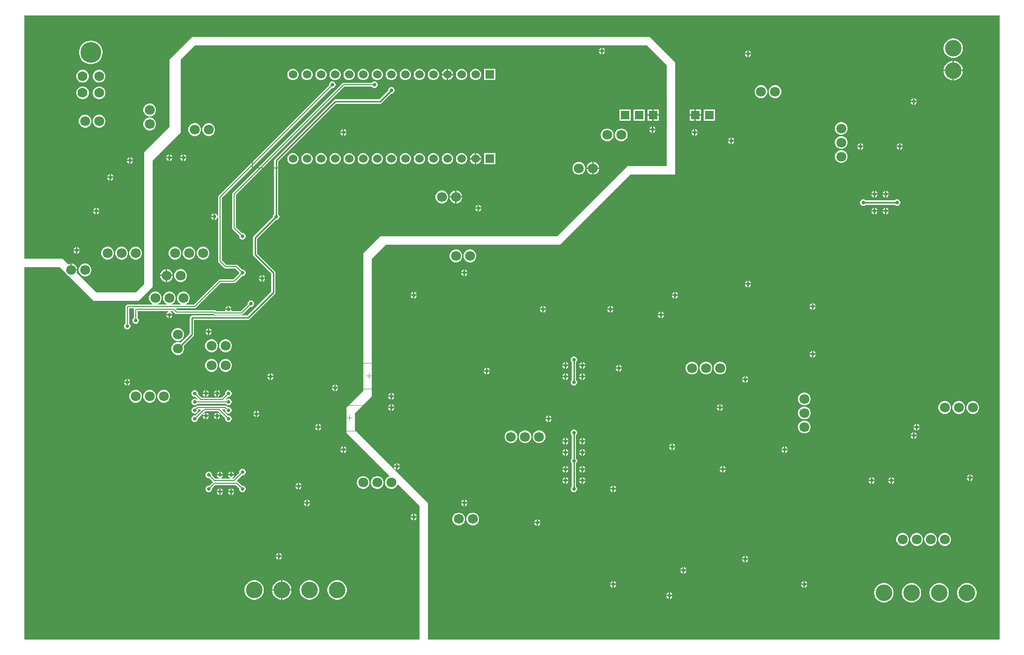
<source format=gbl>
G04*
G04 #@! TF.GenerationSoftware,Altium Limited,Altium Designer,22.8.2 (66)*
G04*
G04 Layer_Physical_Order=2*
G04 Layer_Color=16711680*
%FSLAX25Y25*%
%MOIN*%
G70*
G04*
G04 #@! TF.SameCoordinates,BEF1E4EC-90C0-4ACD-898C-557356F843F1*
G04*
G04*
G04 #@! TF.FilePolarity,Positive*
G04*
G01*
G75*
%ADD14C,0.01000*%
%ADD16C,0.00500*%
%ADD17C,0.00600*%
%ADD19C,0.00197*%
%ADD20C,0.00394*%
%ADD81C,0.07087*%
%ADD82C,0.06024*%
%ADD83R,0.06024X0.06024*%
%ADD84C,0.07000*%
%ADD85C,0.14800*%
%ADD86C,0.11811*%
%ADD87R,0.06000X0.06000*%
%ADD88C,0.02500*%
G36*
X460000Y412000D02*
Y340000D01*
X432000D01*
X382000Y290000D01*
X256000D01*
X244000Y278000D01*
Y180000D01*
X232000Y168000D01*
Y150000D01*
X262668Y119332D01*
X262539Y118849D01*
X262246Y118771D01*
X261210Y118173D01*
X260365Y117327D01*
X259766Y116291D01*
X259457Y115135D01*
Y113939D01*
X259766Y112783D01*
X260365Y111747D01*
X261210Y110901D01*
X262246Y110303D01*
X263402Y109994D01*
X264598D01*
X265754Y110303D01*
X266790Y110901D01*
X267635Y111747D01*
X268234Y112783D01*
X268312Y113076D01*
X268795Y113205D01*
X284000Y98000D01*
Y2774D01*
X2774D01*
Y268000D01*
X28000D01*
X31784Y264216D01*
X32364Y263210D01*
X33210Y262365D01*
X34216Y261784D01*
X52000Y244000D01*
X84000D01*
X94000Y254000D01*
Y344000D01*
X114000Y364000D01*
Y416000D01*
X124000Y426000D01*
X446000D01*
X460000Y412000D01*
D02*
G37*
G36*
X697226Y2774D02*
X290000D01*
Y100000D01*
X238000Y152000D01*
Y164000D01*
X250000Y176000D01*
Y274000D01*
X260000Y284000D01*
X384000D01*
X434000Y334000D01*
X466000D01*
Y414000D01*
X448000Y432000D01*
X122000D01*
X106000Y416000D01*
Y368000D01*
X88000Y350000D01*
Y256000D01*
X82000Y250000D01*
X54000D01*
X40058Y263942D01*
X40234Y264246D01*
X40543Y265402D01*
Y265500D01*
X36000D01*
Y266000D01*
X35500D01*
Y270543D01*
X35402D01*
X34246Y270234D01*
X33942Y270058D01*
X30000Y274000D01*
X2774D01*
Y447226D01*
X697226D01*
X697226Y2774D01*
D02*
G37*
%LPC*%
G36*
X414500Y424228D02*
Y422500D01*
X416228D01*
X415907Y423275D01*
X415274Y423908D01*
X414500Y424228D01*
D02*
G37*
G36*
X413500D02*
X412725Y423908D01*
X412092Y423275D01*
X411772Y422500D01*
X413500D01*
Y424228D01*
D02*
G37*
G36*
X416228Y421500D02*
X414500D01*
Y419772D01*
X415274Y420092D01*
X415907Y420725D01*
X416228Y421500D01*
D02*
G37*
G36*
X413500D02*
X411772D01*
X412092Y420725D01*
X412725Y420092D01*
X413500Y419772D01*
Y421500D01*
D02*
G37*
G36*
X304465Y409272D02*
X304437D01*
Y405760D01*
X307949D01*
Y405788D01*
X307675Y406808D01*
X307147Y407723D01*
X306400Y408470D01*
X305486Y408998D01*
X304465Y409272D01*
D02*
G37*
G36*
X303437D02*
X303409D01*
X302389Y408998D01*
X301474Y408470D01*
X300727Y407723D01*
X300199Y406808D01*
X299925Y405788D01*
Y405760D01*
X303437D01*
Y409272D01*
D02*
G37*
G36*
X337949D02*
X329925D01*
Y401248D01*
X337949D01*
Y409272D01*
D02*
G37*
G36*
X324465D02*
X323409D01*
X322389Y408998D01*
X321474Y408470D01*
X320727Y407723D01*
X320199Y406808D01*
X319925Y405788D01*
Y404732D01*
X320199Y403711D01*
X320727Y402797D01*
X321474Y402050D01*
X322389Y401521D01*
X323409Y401248D01*
X324465D01*
X325485Y401521D01*
X326400Y402050D01*
X327147Y402797D01*
X327675Y403711D01*
X327949Y404732D01*
Y405788D01*
X327675Y406808D01*
X327147Y407723D01*
X326400Y408470D01*
X325485Y408998D01*
X324465Y409272D01*
D02*
G37*
G36*
X314465D02*
X313409D01*
X312388Y408998D01*
X311474Y408470D01*
X310727Y407723D01*
X310199Y406808D01*
X309925Y405788D01*
Y404732D01*
X310199Y403711D01*
X310727Y402797D01*
X311474Y402050D01*
X312388Y401521D01*
X313409Y401248D01*
X314465D01*
X315486Y401521D01*
X316400Y402050D01*
X317147Y402797D01*
X317675Y403711D01*
X317949Y404732D01*
Y405788D01*
X317675Y406808D01*
X317147Y407723D01*
X316400Y408470D01*
X315486Y408998D01*
X314465Y409272D01*
D02*
G37*
G36*
X307949Y404760D02*
X304437D01*
Y401248D01*
X304465D01*
X305486Y401521D01*
X306400Y402050D01*
X307147Y402797D01*
X307675Y403711D01*
X307949Y404732D01*
Y404760D01*
D02*
G37*
G36*
X303437D02*
X299925D01*
Y404732D01*
X300199Y403711D01*
X300727Y402797D01*
X301474Y402050D01*
X302389Y401521D01*
X303409Y401248D01*
X303437D01*
Y404760D01*
D02*
G37*
G36*
X294465Y409272D02*
X293409D01*
X292389Y408998D01*
X291474Y408470D01*
X290727Y407723D01*
X290199Y406808D01*
X289925Y405788D01*
Y404732D01*
X290199Y403711D01*
X290727Y402797D01*
X291474Y402050D01*
X292389Y401521D01*
X293409Y401248D01*
X294465D01*
X295485Y401521D01*
X296400Y402050D01*
X297147Y402797D01*
X297675Y403711D01*
X297949Y404732D01*
Y405788D01*
X297675Y406808D01*
X297147Y407723D01*
X296400Y408470D01*
X295485Y408998D01*
X294465Y409272D01*
D02*
G37*
G36*
X284465D02*
X283409D01*
X282388Y408998D01*
X281474Y408470D01*
X280727Y407723D01*
X280199Y406808D01*
X279925Y405788D01*
Y404732D01*
X280199Y403711D01*
X280727Y402797D01*
X281474Y402050D01*
X282388Y401521D01*
X283409Y401248D01*
X284465D01*
X285486Y401521D01*
X286400Y402050D01*
X287147Y402797D01*
X287675Y403711D01*
X287949Y404732D01*
Y405788D01*
X287675Y406808D01*
X287147Y407723D01*
X286400Y408470D01*
X285486Y408998D01*
X284465Y409272D01*
D02*
G37*
G36*
X274465D02*
X273409D01*
X272389Y408998D01*
X271474Y408470D01*
X270727Y407723D01*
X270199Y406808D01*
X269925Y405788D01*
Y404732D01*
X270199Y403711D01*
X270727Y402797D01*
X271474Y402050D01*
X272389Y401521D01*
X273409Y401248D01*
X274465D01*
X275485Y401521D01*
X276400Y402050D01*
X277147Y402797D01*
X277675Y403711D01*
X277949Y404732D01*
Y405788D01*
X277675Y406808D01*
X277147Y407723D01*
X276400Y408470D01*
X275485Y408998D01*
X274465Y409272D01*
D02*
G37*
G36*
X264465D02*
X263409D01*
X262388Y408998D01*
X261474Y408470D01*
X260727Y407723D01*
X260199Y406808D01*
X259925Y405788D01*
Y404732D01*
X260199Y403711D01*
X260727Y402797D01*
X261474Y402050D01*
X262388Y401521D01*
X263409Y401248D01*
X264465D01*
X265486Y401521D01*
X266400Y402050D01*
X267147Y402797D01*
X267675Y403711D01*
X267949Y404732D01*
Y405788D01*
X267675Y406808D01*
X267147Y407723D01*
X266400Y408470D01*
X265486Y408998D01*
X264465Y409272D01*
D02*
G37*
G36*
X254465D02*
X253409D01*
X252389Y408998D01*
X251474Y408470D01*
X250727Y407723D01*
X250199Y406808D01*
X249925Y405788D01*
Y404732D01*
X250199Y403711D01*
X250727Y402797D01*
X251474Y402050D01*
X252389Y401521D01*
X253409Y401248D01*
X254465D01*
X255486Y401521D01*
X256400Y402050D01*
X257147Y402797D01*
X257675Y403711D01*
X257949Y404732D01*
Y405788D01*
X257675Y406808D01*
X257147Y407723D01*
X256400Y408470D01*
X255486Y408998D01*
X254465Y409272D01*
D02*
G37*
G36*
X244465D02*
X243409D01*
X242389Y408998D01*
X241474Y408470D01*
X240727Y407723D01*
X240199Y406808D01*
X239925Y405788D01*
Y404732D01*
X240199Y403711D01*
X240727Y402797D01*
X241474Y402050D01*
X242389Y401521D01*
X243409Y401248D01*
X244465D01*
X245485Y401521D01*
X246400Y402050D01*
X247147Y402797D01*
X247675Y403711D01*
X247949Y404732D01*
Y405788D01*
X247675Y406808D01*
X247147Y407723D01*
X246400Y408470D01*
X245485Y408998D01*
X244465Y409272D01*
D02*
G37*
G36*
X234465D02*
X233409D01*
X232388Y408998D01*
X231474Y408470D01*
X230727Y407723D01*
X230199Y406808D01*
X229925Y405788D01*
Y404732D01*
X230199Y403711D01*
X230727Y402797D01*
X231474Y402050D01*
X232388Y401521D01*
X233409Y401248D01*
X234465D01*
X235486Y401521D01*
X236400Y402050D01*
X237147Y402797D01*
X237675Y403711D01*
X237949Y404732D01*
Y405788D01*
X237675Y406808D01*
X237147Y407723D01*
X236400Y408470D01*
X235486Y408998D01*
X234465Y409272D01*
D02*
G37*
G36*
X224465D02*
X223409D01*
X222389Y408998D01*
X221474Y408470D01*
X220727Y407723D01*
X220199Y406808D01*
X219925Y405788D01*
Y404732D01*
X220199Y403711D01*
X220727Y402797D01*
X221474Y402050D01*
X222389Y401521D01*
X223409Y401248D01*
X224465D01*
X225485Y401521D01*
X226400Y402050D01*
X227147Y402797D01*
X227675Y403711D01*
X227949Y404732D01*
Y405788D01*
X227675Y406808D01*
X227147Y407723D01*
X226400Y408470D01*
X225485Y408998D01*
X224465Y409272D01*
D02*
G37*
G36*
X214465D02*
X213409D01*
X212388Y408998D01*
X211474Y408470D01*
X210727Y407723D01*
X210199Y406808D01*
X209925Y405788D01*
Y404732D01*
X210199Y403711D01*
X210727Y402797D01*
X211474Y402050D01*
X212388Y401521D01*
X213409Y401248D01*
X214465D01*
X215486Y401521D01*
X216400Y402050D01*
X217147Y402797D01*
X217675Y403711D01*
X217949Y404732D01*
Y405788D01*
X217675Y406808D01*
X217147Y407723D01*
X216400Y408470D01*
X215486Y408998D01*
X214465Y409272D01*
D02*
G37*
G36*
X204465D02*
X203409D01*
X202389Y408998D01*
X201474Y408470D01*
X200727Y407723D01*
X200199Y406808D01*
X199925Y405788D01*
Y404732D01*
X200199Y403711D01*
X200727Y402797D01*
X201474Y402050D01*
X202389Y401521D01*
X203409Y401248D01*
X204465D01*
X205486Y401521D01*
X206400Y402050D01*
X207147Y402797D01*
X207675Y403711D01*
X207949Y404732D01*
Y405788D01*
X207675Y406808D01*
X207147Y407723D01*
X206400Y408470D01*
X205486Y408998D01*
X204465Y409272D01*
D02*
G37*
G36*
X194465D02*
X193409D01*
X192388Y408998D01*
X191474Y408470D01*
X190727Y407723D01*
X190199Y406808D01*
X189925Y405788D01*
Y404732D01*
X190199Y403711D01*
X190727Y402797D01*
X191474Y402050D01*
X192388Y401521D01*
X193409Y401248D01*
X194465D01*
X195485Y401521D01*
X196400Y402050D01*
X197147Y402797D01*
X197675Y403711D01*
X197949Y404732D01*
Y405788D01*
X197675Y406808D01*
X197147Y407723D01*
X196400Y408470D01*
X195485Y408998D01*
X194465Y409272D01*
D02*
G37*
G36*
X252448Y400250D02*
X251552D01*
X250726Y399907D01*
X250144Y399325D01*
X230000D01*
X229493Y399225D01*
X229063Y398937D01*
X151063Y320937D01*
X150775Y320507D01*
X150674Y320000D01*
Y296000D01*
X150775Y295493D01*
X151063Y295063D01*
X155750Y290375D01*
Y289552D01*
X156093Y288725D01*
X156726Y288092D01*
X157552Y287750D01*
X158448D01*
X159274Y288092D01*
X159907Y288725D01*
X160250Y289552D01*
Y290448D01*
X159907Y291274D01*
X159274Y291908D01*
X158448Y292250D01*
X157624D01*
X153325Y296549D01*
Y319451D01*
X230549Y396674D01*
X250144D01*
X250726Y396093D01*
X251552Y395750D01*
X252448D01*
X253274Y396093D01*
X253907Y396726D01*
X254250Y397552D01*
Y398448D01*
X253907Y399274D01*
X253274Y399907D01*
X252448Y400250D01*
D02*
G37*
G36*
X454401Y380438D02*
X450901D01*
Y376938D01*
X454401D01*
Y380438D01*
D02*
G37*
G36*
X449901D02*
X446401D01*
Y376938D01*
X449901D01*
Y380438D01*
D02*
G37*
G36*
X454401Y375938D02*
X450901D01*
Y372438D01*
X454401D01*
Y375938D01*
D02*
G37*
G36*
X449901D02*
X446401D01*
Y372438D01*
X449901D01*
Y375938D01*
D02*
G37*
G36*
X444401Y380438D02*
X436401D01*
Y372438D01*
X444401D01*
Y380438D01*
D02*
G37*
G36*
X434401D02*
X426401D01*
Y372438D01*
X434401D01*
Y380438D01*
D02*
G37*
G36*
X450500Y368228D02*
Y366500D01*
X452228D01*
X451907Y367274D01*
X451274Y367908D01*
X450500Y368228D01*
D02*
G37*
G36*
X449500D02*
X448726Y367908D01*
X448093Y367274D01*
X447772Y366500D01*
X449500D01*
Y368228D01*
D02*
G37*
G36*
X230500Y366228D02*
Y364500D01*
X232228D01*
X231908Y365275D01*
X231275Y365908D01*
X230500Y366228D01*
D02*
G37*
G36*
X229500D02*
X228726Y365908D01*
X228093Y365275D01*
X227772Y364500D01*
X229500D01*
Y366228D01*
D02*
G37*
G36*
X452228Y365500D02*
X450500D01*
Y363772D01*
X451274Y364092D01*
X451907Y364725D01*
X452228Y365500D01*
D02*
G37*
G36*
X449500D02*
X447772D01*
X448093Y364725D01*
X448726Y364092D01*
X449500Y363772D01*
Y365500D01*
D02*
G37*
G36*
X232228Y363500D02*
X230500D01*
Y361772D01*
X231275Y362092D01*
X231908Y362725D01*
X232228Y363500D01*
D02*
G37*
G36*
X229500D02*
X227772D01*
X228093Y362725D01*
X228726Y362092D01*
X229500Y361772D01*
Y363500D01*
D02*
G37*
G36*
X134598Y370543D02*
X133402D01*
X132246Y370234D01*
X131210Y369636D01*
X130365Y368790D01*
X129766Y367754D01*
X129457Y366598D01*
Y365402D01*
X129766Y364246D01*
X130365Y363210D01*
X131210Y362365D01*
X132246Y361766D01*
X133402Y361457D01*
X134598D01*
X135754Y361766D01*
X136790Y362365D01*
X137636Y363210D01*
X138234Y364246D01*
X138543Y365402D01*
Y366598D01*
X138234Y367754D01*
X137636Y368790D01*
X136790Y369636D01*
X135754Y370234D01*
X134598Y370543D01*
D02*
G37*
G36*
X124598D02*
X123402D01*
X122246Y370234D01*
X121210Y369636D01*
X120364Y368790D01*
X119766Y367754D01*
X119457Y366598D01*
Y365402D01*
X119766Y364246D01*
X120364Y363210D01*
X121210Y362365D01*
X122246Y361766D01*
X123402Y361457D01*
X124598D01*
X125754Y361766D01*
X126790Y362365D01*
X127636Y363210D01*
X128234Y364246D01*
X128543Y365402D01*
Y366598D01*
X128234Y367754D01*
X127636Y368790D01*
X126790Y369636D01*
X125754Y370234D01*
X124598Y370543D01*
D02*
G37*
G36*
X428298Y366743D02*
X427102D01*
X425946Y366434D01*
X424910Y365835D01*
X424064Y364990D01*
X423466Y363954D01*
X423157Y362798D01*
Y361602D01*
X423466Y360446D01*
X424064Y359410D01*
X424910Y358564D01*
X425946Y357966D01*
X427102Y357657D01*
X428298D01*
X429454Y357966D01*
X430490Y358564D01*
X431335Y359410D01*
X431934Y360446D01*
X432243Y361602D01*
Y362798D01*
X431934Y363954D01*
X431335Y364990D01*
X430490Y365835D01*
X429454Y366434D01*
X428298Y366743D01*
D02*
G37*
G36*
X418298D02*
X417102D01*
X415946Y366434D01*
X414910Y365835D01*
X414065Y364990D01*
X413466Y363954D01*
X413157Y362798D01*
Y361602D01*
X413466Y360446D01*
X414065Y359410D01*
X414910Y358564D01*
X415946Y357966D01*
X417102Y357657D01*
X418298D01*
X419454Y357966D01*
X420490Y358564D01*
X421336Y359410D01*
X421934Y360446D01*
X422243Y361602D01*
Y362798D01*
X421934Y363954D01*
X421336Y364990D01*
X420490Y365835D01*
X419454Y366434D01*
X418298Y366743D01*
D02*
G37*
G36*
X116500Y348228D02*
Y346500D01*
X118228D01*
X117908Y347274D01*
X117274Y347907D01*
X116500Y348228D01*
D02*
G37*
G36*
X115500D02*
X114725Y347907D01*
X114093Y347274D01*
X113772Y346500D01*
X115500D01*
Y348228D01*
D02*
G37*
G36*
X106500D02*
Y346500D01*
X108228D01*
X107907Y347274D01*
X107274Y347907D01*
X106500Y348228D01*
D02*
G37*
G36*
X105500D02*
X104726Y347907D01*
X104093Y347274D01*
X103772Y346500D01*
X105500D01*
Y348228D01*
D02*
G37*
G36*
X324465Y349272D02*
X324437D01*
Y345760D01*
X327949D01*
Y345788D01*
X327675Y346808D01*
X327147Y347723D01*
X326400Y348470D01*
X325485Y348998D01*
X324465Y349272D01*
D02*
G37*
G36*
X323437D02*
X323409D01*
X322389Y348998D01*
X321474Y348470D01*
X320727Y347723D01*
X320199Y346808D01*
X319925Y345788D01*
Y345760D01*
X323437D01*
Y349272D01*
D02*
G37*
G36*
X118228Y345500D02*
X116500D01*
Y343772D01*
X117274Y344092D01*
X117908Y344725D01*
X118228Y345500D01*
D02*
G37*
G36*
X115500D02*
X113772D01*
X114093Y344725D01*
X114725Y344092D01*
X115500Y343772D01*
Y345500D01*
D02*
G37*
G36*
X108228D02*
X106500D01*
Y343772D01*
X107274Y344092D01*
X107907Y344725D01*
X108228Y345500D01*
D02*
G37*
G36*
X105500D02*
X103772D01*
X104093Y344725D01*
X104726Y344092D01*
X105500Y343772D01*
Y345500D01*
D02*
G37*
G36*
X337949Y349272D02*
X329925D01*
Y341248D01*
X337949D01*
Y349272D01*
D02*
G37*
G36*
X327949Y344760D02*
X324437D01*
Y341248D01*
X324465D01*
X325485Y341521D01*
X326400Y342050D01*
X327147Y342796D01*
X327675Y343711D01*
X327949Y344732D01*
Y344760D01*
D02*
G37*
G36*
X323437D02*
X319925D01*
Y344732D01*
X320199Y343711D01*
X320727Y342796D01*
X321474Y342050D01*
X322389Y341521D01*
X323409Y341248D01*
X323437D01*
Y344760D01*
D02*
G37*
G36*
X314465Y349272D02*
X313409D01*
X312388Y348998D01*
X311474Y348470D01*
X310727Y347723D01*
X310199Y346808D01*
X309925Y345788D01*
Y344732D01*
X310199Y343711D01*
X310727Y342796D01*
X311474Y342050D01*
X312388Y341521D01*
X313409Y341248D01*
X314465D01*
X315486Y341521D01*
X316400Y342050D01*
X317147Y342796D01*
X317675Y343711D01*
X317949Y344732D01*
Y345788D01*
X317675Y346808D01*
X317147Y347723D01*
X316400Y348470D01*
X315486Y348998D01*
X314465Y349272D01*
D02*
G37*
G36*
X304465D02*
X303409D01*
X302389Y348998D01*
X301474Y348470D01*
X300727Y347723D01*
X300199Y346808D01*
X299925Y345788D01*
Y344732D01*
X300199Y343711D01*
X300727Y342796D01*
X301474Y342050D01*
X302389Y341521D01*
X303409Y341248D01*
X304465D01*
X305486Y341521D01*
X306400Y342050D01*
X307147Y342796D01*
X307675Y343711D01*
X307949Y344732D01*
Y345788D01*
X307675Y346808D01*
X307147Y347723D01*
X306400Y348470D01*
X305486Y348998D01*
X304465Y349272D01*
D02*
G37*
G36*
X294465D02*
X293409D01*
X292389Y348998D01*
X291474Y348470D01*
X290727Y347723D01*
X290199Y346808D01*
X289925Y345788D01*
Y344732D01*
X290199Y343711D01*
X290727Y342796D01*
X291474Y342050D01*
X292389Y341521D01*
X293409Y341248D01*
X294465D01*
X295485Y341521D01*
X296400Y342050D01*
X297147Y342796D01*
X297675Y343711D01*
X297949Y344732D01*
Y345788D01*
X297675Y346808D01*
X297147Y347723D01*
X296400Y348470D01*
X295485Y348998D01*
X294465Y349272D01*
D02*
G37*
G36*
X284465D02*
X283409D01*
X282388Y348998D01*
X281474Y348470D01*
X280727Y347723D01*
X280199Y346808D01*
X279925Y345788D01*
Y344732D01*
X280199Y343711D01*
X280727Y342796D01*
X281474Y342050D01*
X282388Y341521D01*
X283409Y341248D01*
X284465D01*
X285486Y341521D01*
X286400Y342050D01*
X287147Y342796D01*
X287675Y343711D01*
X287949Y344732D01*
Y345788D01*
X287675Y346808D01*
X287147Y347723D01*
X286400Y348470D01*
X285486Y348998D01*
X284465Y349272D01*
D02*
G37*
G36*
X274465D02*
X273409D01*
X272389Y348998D01*
X271474Y348470D01*
X270727Y347723D01*
X270199Y346808D01*
X269925Y345788D01*
Y344732D01*
X270199Y343711D01*
X270727Y342796D01*
X271474Y342050D01*
X272389Y341521D01*
X273409Y341248D01*
X274465D01*
X275485Y341521D01*
X276400Y342050D01*
X277147Y342796D01*
X277675Y343711D01*
X277949Y344732D01*
Y345788D01*
X277675Y346808D01*
X277147Y347723D01*
X276400Y348470D01*
X275485Y348998D01*
X274465Y349272D01*
D02*
G37*
G36*
X264465D02*
X263409D01*
X262388Y348998D01*
X261474Y348470D01*
X260727Y347723D01*
X260199Y346808D01*
X259925Y345788D01*
Y344732D01*
X260199Y343711D01*
X260727Y342796D01*
X261474Y342050D01*
X262388Y341521D01*
X263409Y341248D01*
X264465D01*
X265486Y341521D01*
X266400Y342050D01*
X267147Y342796D01*
X267675Y343711D01*
X267949Y344732D01*
Y345788D01*
X267675Y346808D01*
X267147Y347723D01*
X266400Y348470D01*
X265486Y348998D01*
X264465Y349272D01*
D02*
G37*
G36*
X254465D02*
X253409D01*
X252389Y348998D01*
X251474Y348470D01*
X250727Y347723D01*
X250199Y346808D01*
X249925Y345788D01*
Y344732D01*
X250199Y343711D01*
X250727Y342796D01*
X251474Y342050D01*
X252389Y341521D01*
X253409Y341248D01*
X254465D01*
X255486Y341521D01*
X256400Y342050D01*
X257147Y342796D01*
X257675Y343711D01*
X257949Y344732D01*
Y345788D01*
X257675Y346808D01*
X257147Y347723D01*
X256400Y348470D01*
X255486Y348998D01*
X254465Y349272D01*
D02*
G37*
G36*
X244465D02*
X243409D01*
X242389Y348998D01*
X241474Y348470D01*
X240727Y347723D01*
X240199Y346808D01*
X239925Y345788D01*
Y344732D01*
X240199Y343711D01*
X240727Y342796D01*
X241474Y342050D01*
X242389Y341521D01*
X243409Y341248D01*
X244465D01*
X245485Y341521D01*
X246400Y342050D01*
X247147Y342796D01*
X247675Y343711D01*
X247949Y344732D01*
Y345788D01*
X247675Y346808D01*
X247147Y347723D01*
X246400Y348470D01*
X245485Y348998D01*
X244465Y349272D01*
D02*
G37*
G36*
X234465D02*
X233409D01*
X232388Y348998D01*
X231474Y348470D01*
X230727Y347723D01*
X230199Y346808D01*
X229925Y345788D01*
Y344732D01*
X230199Y343711D01*
X230727Y342796D01*
X231474Y342050D01*
X232388Y341521D01*
X233409Y341248D01*
X234465D01*
X235486Y341521D01*
X236400Y342050D01*
X237147Y342796D01*
X237675Y343711D01*
X237949Y344732D01*
Y345788D01*
X237675Y346808D01*
X237147Y347723D01*
X236400Y348470D01*
X235486Y348998D01*
X234465Y349272D01*
D02*
G37*
G36*
X224465D02*
X223409D01*
X222389Y348998D01*
X221474Y348470D01*
X220727Y347723D01*
X220199Y346808D01*
X219925Y345788D01*
Y344732D01*
X220199Y343711D01*
X220727Y342796D01*
X221474Y342050D01*
X222389Y341521D01*
X223409Y341248D01*
X224465D01*
X225485Y341521D01*
X226400Y342050D01*
X227147Y342796D01*
X227675Y343711D01*
X227949Y344732D01*
Y345788D01*
X227675Y346808D01*
X227147Y347723D01*
X226400Y348470D01*
X225485Y348998D01*
X224465Y349272D01*
D02*
G37*
G36*
X214465D02*
X213409D01*
X212388Y348998D01*
X211474Y348470D01*
X210727Y347723D01*
X210199Y346808D01*
X209925Y345788D01*
Y344732D01*
X210199Y343711D01*
X210727Y342796D01*
X211474Y342050D01*
X212388Y341521D01*
X213409Y341248D01*
X214465D01*
X215486Y341521D01*
X216400Y342050D01*
X217147Y342796D01*
X217675Y343711D01*
X217949Y344732D01*
Y345788D01*
X217675Y346808D01*
X217147Y347723D01*
X216400Y348470D01*
X215486Y348998D01*
X214465Y349272D01*
D02*
G37*
G36*
X204465D02*
X203409D01*
X202389Y348998D01*
X201474Y348470D01*
X200727Y347723D01*
X200199Y346808D01*
X199925Y345788D01*
Y344732D01*
X200199Y343711D01*
X200727Y342796D01*
X201474Y342050D01*
X202389Y341521D01*
X203409Y341248D01*
X204465D01*
X205486Y341521D01*
X206400Y342050D01*
X207147Y342796D01*
X207675Y343711D01*
X207949Y344732D01*
Y345788D01*
X207675Y346808D01*
X207147Y347723D01*
X206400Y348470D01*
X205486Y348998D01*
X204465Y349272D01*
D02*
G37*
G36*
X194465D02*
X193409D01*
X192388Y348998D01*
X191474Y348470D01*
X190727Y347723D01*
X190199Y346808D01*
X189925Y345788D01*
Y344732D01*
X190199Y343711D01*
X190727Y342796D01*
X191474Y342050D01*
X192388Y341521D01*
X193409Y341248D01*
X194465D01*
X195485Y341521D01*
X196400Y342050D01*
X197147Y342796D01*
X197675Y343711D01*
X197949Y344732D01*
Y345788D01*
X197675Y346808D01*
X197147Y347723D01*
X196400Y348470D01*
X195485Y348998D01*
X194465Y349272D01*
D02*
G37*
G36*
X408098Y342943D02*
X408000D01*
Y338900D01*
X412043D01*
Y338998D01*
X411734Y340154D01*
X411135Y341190D01*
X410290Y342036D01*
X409254Y342634D01*
X408098Y342943D01*
D02*
G37*
G36*
X407000D02*
X406902D01*
X405746Y342634D01*
X404710Y342036D01*
X403864Y341190D01*
X403266Y340154D01*
X402957Y338998D01*
Y338900D01*
X407000D01*
Y342943D01*
D02*
G37*
G36*
X412043Y337900D02*
X408000D01*
Y333857D01*
X408098D01*
X409254Y334166D01*
X410290Y334765D01*
X411135Y335610D01*
X411734Y336646D01*
X412043Y337802D01*
Y337900D01*
D02*
G37*
G36*
X407000D02*
X402957D01*
Y337802D01*
X403266Y336646D01*
X403864Y335610D01*
X404710Y334765D01*
X405746Y334166D01*
X406902Y333857D01*
X407000D01*
Y337900D01*
D02*
G37*
G36*
X398098Y342943D02*
X396902D01*
X395746Y342634D01*
X394710Y342036D01*
X393864Y341190D01*
X393266Y340154D01*
X392957Y338998D01*
Y337802D01*
X393266Y336646D01*
X393864Y335610D01*
X394710Y334765D01*
X395746Y334166D01*
X396902Y333857D01*
X398098D01*
X399254Y334166D01*
X400290Y334765D01*
X401135Y335610D01*
X401734Y336646D01*
X402043Y337802D01*
Y338998D01*
X401734Y340154D01*
X401135Y341190D01*
X400290Y342036D01*
X399254Y342634D01*
X398098Y342943D01*
D02*
G37*
G36*
X310598Y322543D02*
X310500D01*
Y318500D01*
X314543D01*
Y318598D01*
X314234Y319754D01*
X313635Y320790D01*
X312790Y321636D01*
X311754Y322234D01*
X310598Y322543D01*
D02*
G37*
G36*
X309500D02*
X309402D01*
X308246Y322234D01*
X307210Y321636D01*
X306364Y320790D01*
X305766Y319754D01*
X305457Y318598D01*
Y318500D01*
X309500D01*
Y322543D01*
D02*
G37*
G36*
X314543Y317500D02*
X310500D01*
Y313457D01*
X310598D01*
X311754Y313766D01*
X312790Y314365D01*
X313635Y315210D01*
X314234Y316246D01*
X314543Y317402D01*
Y317500D01*
D02*
G37*
G36*
X309500D02*
X305457D01*
Y317402D01*
X305766Y316246D01*
X306364Y315210D01*
X307210Y314365D01*
X308246Y313766D01*
X309402Y313457D01*
X309500D01*
Y317500D01*
D02*
G37*
G36*
X300598Y322543D02*
X299402D01*
X298246Y322234D01*
X297210Y321636D01*
X296364Y320790D01*
X295766Y319754D01*
X295457Y318598D01*
Y317402D01*
X295766Y316246D01*
X296364Y315210D01*
X297210Y314365D01*
X298246Y313766D01*
X299402Y313457D01*
X300598D01*
X301754Y313766D01*
X302790Y314365D01*
X303636Y315210D01*
X304234Y316246D01*
X304543Y317402D01*
Y318598D01*
X304234Y319754D01*
X303636Y320790D01*
X302790Y321636D01*
X301754Y322234D01*
X300598Y322543D01*
D02*
G37*
G36*
X326500Y312228D02*
Y310500D01*
X328228D01*
X327907Y311275D01*
X327274Y311908D01*
X326500Y312228D01*
D02*
G37*
G36*
X325500D02*
X324726Y311908D01*
X324093Y311275D01*
X323772Y310500D01*
X325500D01*
Y312228D01*
D02*
G37*
G36*
X328228Y309500D02*
X326500D01*
Y307772D01*
X327274Y308092D01*
X327907Y308726D01*
X328228Y309500D01*
D02*
G37*
G36*
X325500D02*
X323772D01*
X324093Y308726D01*
X324726Y308092D01*
X325500Y307772D01*
Y309500D01*
D02*
G37*
G36*
X222448Y400250D02*
X221552D01*
X220725Y399907D01*
X220093Y399274D01*
X219750Y398448D01*
Y397624D01*
X141063Y318937D01*
X140775Y318507D01*
X140674Y318000D01*
Y304729D01*
X140174Y304630D01*
X139908Y305275D01*
X139275Y305908D01*
X138500Y306228D01*
Y304000D01*
Y301772D01*
X139275Y302093D01*
X139908Y302726D01*
X140174Y303370D01*
X140674Y303271D01*
Y272352D01*
X140775Y271844D01*
X141063Y271414D01*
X145057Y267420D01*
X145487Y267133D01*
X145994Y267032D01*
X153094D01*
X155750Y264375D01*
Y263625D01*
X151451Y259326D01*
X142000D01*
X141493Y259225D01*
X141063Y258937D01*
X123451Y241325D01*
X117944D01*
X117856Y241826D01*
X118790Y242365D01*
X119635Y243210D01*
X120234Y244246D01*
X120543Y245402D01*
Y246598D01*
X120234Y247754D01*
X119635Y248790D01*
X118790Y249636D01*
X117754Y250234D01*
X116598Y250543D01*
X115402D01*
X114246Y250234D01*
X113210Y249636D01*
X112364Y248790D01*
X111766Y247754D01*
X111457Y246598D01*
Y245402D01*
X111766Y244246D01*
X112364Y243210D01*
X113210Y242365D01*
X114144Y241826D01*
X114056Y241325D01*
X107944D01*
X107856Y241826D01*
X108790Y242365D01*
X109635Y243210D01*
X110234Y244246D01*
X110543Y245402D01*
Y246598D01*
X110234Y247754D01*
X109635Y248790D01*
X108790Y249636D01*
X107754Y250234D01*
X106598Y250543D01*
X105402D01*
X104246Y250234D01*
X103210Y249636D01*
X102365Y248790D01*
X101766Y247754D01*
X101457Y246598D01*
Y245402D01*
X101766Y244246D01*
X102365Y243210D01*
X103210Y242365D01*
X104144Y241826D01*
X104056Y241325D01*
X97944D01*
X97856Y241826D01*
X98790Y242365D01*
X99635Y243210D01*
X100234Y244246D01*
X100543Y245402D01*
Y246598D01*
X100234Y247754D01*
X99635Y248790D01*
X98790Y249636D01*
X97754Y250234D01*
X96598Y250543D01*
X95402D01*
X94246Y250234D01*
X93210Y249636D01*
X92365Y248790D01*
X91766Y247754D01*
X91457Y246598D01*
Y245402D01*
X91766Y244246D01*
X92365Y243210D01*
X93210Y242365D01*
X94144Y241826D01*
X94056Y241325D01*
X76351D01*
X75844Y241225D01*
X75414Y240937D01*
X75063Y240586D01*
X74775Y240156D01*
X74674Y239649D01*
Y227856D01*
X74093Y227274D01*
X73750Y226448D01*
Y225552D01*
X74093Y224726D01*
X74726Y224093D01*
X75552Y223750D01*
X76448D01*
X77275Y224093D01*
X77908Y224726D01*
X78250Y225552D01*
Y226448D01*
X77908Y227274D01*
X77325Y227856D01*
Y238674D01*
X80521D01*
X80788Y238175D01*
X80775Y238156D01*
X80674Y237649D01*
Y231856D01*
X80093Y231275D01*
X79750Y230448D01*
Y229552D01*
X80093Y228726D01*
X80726Y228093D01*
X81552Y227750D01*
X82448D01*
X83275Y228093D01*
X83908Y228726D01*
X84250Y229552D01*
Y230448D01*
X83908Y231275D01*
X83325Y231856D01*
Y236674D01*
X105271D01*
X105370Y236175D01*
X104726Y235908D01*
X104093Y235275D01*
X103772Y234500D01*
X108228D01*
X107907Y235275D01*
X107274Y235908D01*
X106630Y236175D01*
X106729Y236674D01*
X108451D01*
X110063Y235063D01*
X110493Y234775D01*
X111000Y234675D01*
X137451D01*
X137613Y234513D01*
X138043Y234225D01*
X138550Y234124D01*
X157450D01*
X157957Y234225D01*
X158387Y234513D01*
X163625Y239750D01*
X164448D01*
X165275Y240092D01*
X165908Y240725D01*
X166250Y241552D01*
Y242448D01*
X165908Y243274D01*
X165275Y243907D01*
X164448Y244250D01*
X163552D01*
X162725Y243907D01*
X162092Y243274D01*
X161750Y242448D01*
Y241624D01*
X156901Y236775D01*
X150378D01*
X150100Y237191D01*
X150228Y237500D01*
X145772D01*
X145900Y237191D01*
X145622Y236775D01*
X139099D01*
X138937Y236937D01*
X138507Y237225D01*
X138000Y237326D01*
X111549D01*
X110662Y238213D01*
X110853Y238674D01*
X124000D01*
X124507Y238775D01*
X124937Y239063D01*
X142549Y256675D01*
X152000D01*
X152507Y256775D01*
X152937Y257063D01*
X157624Y261750D01*
X158448D01*
X159274Y262092D01*
X159907Y262725D01*
X160250Y263552D01*
Y264448D01*
X159907Y265275D01*
X159274Y265908D01*
X158448Y266250D01*
X157624D01*
X154580Y269295D01*
X154150Y269582D01*
X153642Y269683D01*
X146543D01*
X143325Y272901D01*
Y317451D01*
X221624Y395750D01*
X222448D01*
X223274Y396093D01*
X223907Y396726D01*
X224250Y397552D01*
Y398448D01*
X223907Y399274D01*
X223274Y399907D01*
X222448Y400250D01*
D02*
G37*
G36*
X137500Y306228D02*
X136725Y305908D01*
X136092Y305275D01*
X135772Y304500D01*
X137500D01*
Y306228D01*
D02*
G37*
G36*
Y303500D02*
X135772D01*
X136092Y302726D01*
X136725Y302093D01*
X137500Y301772D01*
Y303500D01*
D02*
G37*
G36*
X130598Y282543D02*
X129402D01*
X128246Y282234D01*
X127210Y281635D01*
X126365Y280790D01*
X125766Y279754D01*
X125457Y278598D01*
Y277402D01*
X125766Y276246D01*
X126365Y275210D01*
X127210Y274364D01*
X128246Y273766D01*
X129402Y273457D01*
X130598D01*
X131754Y273766D01*
X132790Y274364D01*
X133635Y275210D01*
X134234Y276246D01*
X134543Y277402D01*
Y278598D01*
X134234Y279754D01*
X133635Y280790D01*
X132790Y281635D01*
X131754Y282234D01*
X130598Y282543D01*
D02*
G37*
G36*
X120598D02*
X119402D01*
X118246Y282234D01*
X117210Y281635D01*
X116365Y280790D01*
X115766Y279754D01*
X115457Y278598D01*
Y277402D01*
X115766Y276246D01*
X116365Y275210D01*
X117210Y274364D01*
X118246Y273766D01*
X119402Y273457D01*
X120598D01*
X121754Y273766D01*
X122790Y274364D01*
X123635Y275210D01*
X124234Y276246D01*
X124543Y277402D01*
Y278598D01*
X124234Y279754D01*
X123635Y280790D01*
X122790Y281635D01*
X121754Y282234D01*
X120598Y282543D01*
D02*
G37*
G36*
X110598D02*
X109402D01*
X108246Y282234D01*
X107210Y281635D01*
X106365Y280790D01*
X105766Y279754D01*
X105457Y278598D01*
Y277402D01*
X105766Y276246D01*
X106365Y275210D01*
X107210Y274364D01*
X108246Y273766D01*
X109402Y273457D01*
X110598D01*
X111754Y273766D01*
X112790Y274364D01*
X113636Y275210D01*
X114234Y276246D01*
X114543Y277402D01*
Y278598D01*
X114234Y279754D01*
X113636Y280790D01*
X112790Y281635D01*
X111754Y282234D01*
X110598Y282543D01*
D02*
G37*
G36*
X104598Y266543D02*
X104500D01*
Y262500D01*
X108543D01*
Y262598D01*
X108234Y263754D01*
X107635Y264790D01*
X106790Y265635D01*
X105754Y266234D01*
X104598Y266543D01*
D02*
G37*
G36*
X103500D02*
X103402D01*
X102246Y266234D01*
X101210Y265635D01*
X100364Y264790D01*
X99766Y263754D01*
X99457Y262598D01*
Y262500D01*
X103500D01*
Y266543D01*
D02*
G37*
G36*
X172500Y262228D02*
Y260500D01*
X174228D01*
X173907Y261275D01*
X173275Y261908D01*
X172500Y262228D01*
D02*
G37*
G36*
X171500D02*
X170726Y261908D01*
X170092Y261275D01*
X169772Y260500D01*
X171500D01*
Y262228D01*
D02*
G37*
G36*
X174228Y259500D02*
X172500D01*
Y257772D01*
X173275Y258092D01*
X173907Y258726D01*
X174228Y259500D01*
D02*
G37*
G36*
X171500D02*
X169772D01*
X170092Y258726D01*
X170726Y258092D01*
X171500Y257772D01*
Y259500D01*
D02*
G37*
G36*
X114598Y266543D02*
X113402D01*
X112246Y266234D01*
X111210Y265635D01*
X110364Y264790D01*
X109766Y263754D01*
X109457Y262598D01*
Y261402D01*
X109766Y260246D01*
X110364Y259210D01*
X111210Y258365D01*
X112246Y257766D01*
X113402Y257457D01*
X114598D01*
X115754Y257766D01*
X116790Y258365D01*
X117636Y259210D01*
X118234Y260246D01*
X118543Y261402D01*
Y262598D01*
X118234Y263754D01*
X117636Y264790D01*
X116790Y265635D01*
X115754Y266234D01*
X114598Y266543D01*
D02*
G37*
G36*
X108543Y261500D02*
X104500D01*
Y257457D01*
X104598D01*
X105754Y257766D01*
X106790Y258365D01*
X107635Y259210D01*
X108234Y260246D01*
X108543Y261402D01*
Y261500D01*
D02*
G37*
G36*
X103500D02*
X99457D01*
Y261402D01*
X99766Y260246D01*
X100364Y259210D01*
X101210Y258365D01*
X102246Y257766D01*
X103402Y257457D01*
X103500D01*
Y261500D01*
D02*
G37*
G36*
X148500Y240228D02*
Y238500D01*
X150228D01*
X149908Y239275D01*
X149275Y239908D01*
X148500Y240228D01*
D02*
G37*
G36*
X147500D02*
X146725Y239908D01*
X146092Y239275D01*
X145772Y238500D01*
X147500D01*
Y240228D01*
D02*
G37*
G36*
X108228Y233500D02*
X106500D01*
Y231772D01*
X107274Y232092D01*
X107907Y232726D01*
X108228Y233500D01*
D02*
G37*
G36*
X105500D02*
X103772D01*
X104093Y232726D01*
X104726Y232092D01*
X105500Y231772D01*
Y233500D01*
D02*
G37*
G36*
X134500Y224228D02*
Y222500D01*
X136228D01*
X135907Y223274D01*
X135275Y223907D01*
X134500Y224228D01*
D02*
G37*
G36*
X133500D02*
X132726Y223907D01*
X132092Y223274D01*
X131772Y222500D01*
X133500D01*
Y224228D01*
D02*
G37*
G36*
X136228Y221500D02*
X134500D01*
Y219772D01*
X135275Y220093D01*
X135907Y220725D01*
X136228Y221500D01*
D02*
G37*
G36*
X133500D02*
X131772D01*
X132092Y220725D01*
X132726Y220093D01*
X133500Y219772D01*
Y221500D01*
D02*
G37*
G36*
X112598Y224543D02*
X111402D01*
X110246Y224234D01*
X109210Y223636D01*
X108364Y222790D01*
X107766Y221754D01*
X107457Y220598D01*
Y219402D01*
X107766Y218246D01*
X108364Y217210D01*
X109210Y216365D01*
X110246Y215766D01*
X111402Y215457D01*
X112598D01*
X113754Y215766D01*
X114790Y216365D01*
X115636Y217210D01*
X116234Y218246D01*
X116543Y219402D01*
Y220598D01*
X116234Y221754D01*
X115636Y222790D01*
X114790Y223636D01*
X113754Y224234D01*
X112598Y224543D01*
D02*
G37*
G36*
X264448Y396250D02*
X263552D01*
X262725Y395907D01*
X262092Y395274D01*
X261750Y394448D01*
Y393913D01*
X255366Y387529D01*
X224000D01*
X223415Y387413D01*
X222919Y387081D01*
X180919Y345081D01*
X180587Y344585D01*
X180471Y344000D01*
Y305653D01*
X180093Y305275D01*
X179750Y304448D01*
Y303913D01*
X165919Y290081D01*
X165587Y289585D01*
X165471Y289000D01*
Y277000D01*
X165587Y276415D01*
X165919Y275919D01*
X178471Y263367D01*
Y250634D01*
X161366Y233529D01*
X122000D01*
X121415Y233413D01*
X120919Y233081D01*
X120587Y232585D01*
X120471Y232000D01*
Y220634D01*
X113955Y214118D01*
X113754Y214234D01*
X112598Y214543D01*
X111402D01*
X110246Y214234D01*
X109210Y213635D01*
X108364Y212790D01*
X107766Y211754D01*
X107457Y210598D01*
Y209402D01*
X107766Y208246D01*
X108364Y207210D01*
X109210Y206364D01*
X110246Y205766D01*
X111402Y205457D01*
X112598D01*
X113754Y205766D01*
X114790Y206364D01*
X115636Y207210D01*
X116234Y208246D01*
X116543Y209402D01*
Y210598D01*
X116234Y211754D01*
X116118Y211955D01*
X123081Y218919D01*
X123413Y219415D01*
X123529Y220000D01*
Y230471D01*
X162000D01*
X162585Y230587D01*
X163081Y230919D01*
X181081Y248919D01*
X181413Y249415D01*
X181529Y250000D01*
Y264000D01*
X181413Y264585D01*
X181081Y265081D01*
X168529Y277634D01*
Y288367D01*
X181913Y301750D01*
X182448D01*
X183274Y302093D01*
X183907Y302726D01*
X184250Y303552D01*
Y304448D01*
X183907Y305275D01*
X183529Y305653D01*
Y343367D01*
X224634Y384471D01*
X256000D01*
X256585Y384587D01*
X257081Y384919D01*
X263913Y391750D01*
X264448D01*
X265275Y392092D01*
X265908Y392725D01*
X266250Y393552D01*
Y394448D01*
X265908Y395274D01*
X265275Y395907D01*
X264448Y396250D01*
D02*
G37*
G36*
X146598Y216543D02*
X145402D01*
X144246Y216234D01*
X143210Y215635D01*
X142365Y214790D01*
X141766Y213754D01*
X141457Y212598D01*
Y211402D01*
X141766Y210246D01*
X142365Y209210D01*
X143210Y208365D01*
X144246Y207766D01*
X145402Y207457D01*
X146598D01*
X147754Y207766D01*
X148790Y208365D01*
X149636Y209210D01*
X150234Y210246D01*
X150543Y211402D01*
Y212598D01*
X150234Y213754D01*
X149636Y214790D01*
X148790Y215635D01*
X147754Y216234D01*
X146598Y216543D01*
D02*
G37*
G36*
X136598D02*
X135402D01*
X134246Y216234D01*
X133210Y215635D01*
X132364Y214790D01*
X131766Y213754D01*
X131457Y212598D01*
Y211402D01*
X131766Y210246D01*
X132364Y209210D01*
X133210Y208365D01*
X134246Y207766D01*
X135402Y207457D01*
X136598D01*
X137754Y207766D01*
X138790Y208365D01*
X139636Y209210D01*
X140234Y210246D01*
X140543Y211402D01*
Y212598D01*
X140234Y213754D01*
X139636Y214790D01*
X138790Y215635D01*
X137754Y216234D01*
X136598Y216543D01*
D02*
G37*
G36*
X146598Y202543D02*
X145402D01*
X144246Y202234D01*
X143210Y201636D01*
X142365Y200790D01*
X141766Y199754D01*
X141457Y198598D01*
Y197402D01*
X141766Y196246D01*
X142365Y195210D01*
X143210Y194365D01*
X144246Y193766D01*
X145402Y193457D01*
X146598D01*
X147754Y193766D01*
X148790Y194365D01*
X149636Y195210D01*
X150234Y196246D01*
X150543Y197402D01*
Y198598D01*
X150234Y199754D01*
X149636Y200790D01*
X148790Y201636D01*
X147754Y202234D01*
X146598Y202543D01*
D02*
G37*
G36*
X136598D02*
X135402D01*
X134246Y202234D01*
X133210Y201636D01*
X132364Y200790D01*
X131766Y199754D01*
X131457Y198598D01*
Y197402D01*
X131766Y196246D01*
X132364Y195210D01*
X133210Y194365D01*
X134246Y193766D01*
X135402Y193457D01*
X136598D01*
X137754Y193766D01*
X138790Y194365D01*
X139636Y195210D01*
X140234Y196246D01*
X140543Y197402D01*
Y198598D01*
X140234Y199754D01*
X139636Y200790D01*
X138790Y201636D01*
X137754Y202234D01*
X136598Y202543D01*
D02*
G37*
G36*
X178500Y192228D02*
Y190500D01*
X180228D01*
X179908Y191274D01*
X179274Y191908D01*
X178500Y192228D01*
D02*
G37*
G36*
X177500D02*
X176725Y191908D01*
X176093Y191274D01*
X175772Y190500D01*
X177500D01*
Y192228D01*
D02*
G37*
G36*
X180228Y189500D02*
X178500D01*
Y187772D01*
X179274Y188093D01*
X179908Y188725D01*
X180228Y189500D01*
D02*
G37*
G36*
X177500D02*
X175772D01*
X176093Y188725D01*
X176725Y188093D01*
X177500Y187772D01*
Y189500D01*
D02*
G37*
G36*
X76500Y188228D02*
Y186500D01*
X78228D01*
X77908Y187275D01*
X77275Y187908D01*
X76500Y188228D01*
D02*
G37*
G36*
X75500D02*
X74726Y187908D01*
X74093Y187275D01*
X73772Y186500D01*
X75500D01*
Y188228D01*
D02*
G37*
G36*
X78228Y185500D02*
X76500D01*
Y183772D01*
X77275Y184092D01*
X77908Y184725D01*
X78228Y185500D01*
D02*
G37*
G36*
X75500D02*
X73772D01*
X74093Y184725D01*
X74726Y184092D01*
X75500Y183772D01*
Y185500D01*
D02*
G37*
G36*
X224500Y184228D02*
Y182500D01*
X226228D01*
X225907Y183274D01*
X225274Y183907D01*
X224500Y184228D01*
D02*
G37*
G36*
X223500D02*
X222726Y183907D01*
X222093Y183274D01*
X221772Y182500D01*
X223500D01*
Y184228D01*
D02*
G37*
G36*
X226228Y181500D02*
X224500D01*
Y179772D01*
X225274Y180093D01*
X225907Y180726D01*
X226228Y181500D01*
D02*
G37*
G36*
X223500D02*
X221772D01*
X222093Y180726D01*
X222726Y180093D01*
X223500Y179772D01*
Y181500D01*
D02*
G37*
G36*
X140500Y180228D02*
Y178500D01*
X142228D01*
X141908Y179274D01*
X141274Y179908D01*
X140500Y180228D01*
D02*
G37*
G36*
X139500D02*
X138725Y179908D01*
X138093Y179274D01*
X137772Y178500D01*
X139500D01*
Y180228D01*
D02*
G37*
G36*
X132500D02*
Y178500D01*
X134228D01*
X133907Y179274D01*
X133274Y179908D01*
X132500Y180228D01*
D02*
G37*
G36*
X131500D02*
X130726Y179908D01*
X130093Y179274D01*
X129772Y178500D01*
X131500D01*
Y180228D01*
D02*
G37*
G36*
X142228Y177500D02*
X140500D01*
Y175772D01*
X141274Y176093D01*
X141908Y176725D01*
X142228Y177500D01*
D02*
G37*
G36*
X139500D02*
X137772D01*
X138093Y176725D01*
X138725Y176093D01*
X139500Y175772D01*
Y177500D01*
D02*
G37*
G36*
X134228D02*
X132500D01*
Y175772D01*
X133274Y176093D01*
X133907Y176725D01*
X134228Y177500D01*
D02*
G37*
G36*
X131500D02*
X129772D01*
X130093Y176725D01*
X130726Y176093D01*
X131500Y175772D01*
Y177500D01*
D02*
G37*
G36*
X148448Y180250D02*
X147552D01*
X146725Y179908D01*
X146092Y179274D01*
X145750Y178448D01*
Y177624D01*
X143051Y174925D01*
X128949D01*
X126250Y177624D01*
Y178448D01*
X125908Y179274D01*
X125275Y179908D01*
X124448Y180250D01*
X123552D01*
X122725Y179908D01*
X122092Y179274D01*
X121750Y178448D01*
Y177552D01*
X122092Y176725D01*
X122725Y176093D01*
X123552Y175750D01*
X124375D01*
X126068Y174057D01*
X125891Y173527D01*
X125685Y173497D01*
X125275Y173907D01*
X124448Y174250D01*
X123552D01*
X122725Y173907D01*
X122092Y173275D01*
X121750Y172448D01*
Y171552D01*
X122092Y170726D01*
X122725Y170092D01*
X123552Y169750D01*
X124448D01*
X125275Y170092D01*
X125856Y170675D01*
X146143D01*
X146725Y170092D01*
X147552Y169750D01*
X148448D01*
X149275Y170092D01*
X149908Y170726D01*
X150250Y171552D01*
Y172448D01*
X149908Y173275D01*
X149275Y173907D01*
X148448Y174250D01*
X147552D01*
X146725Y173907D01*
X146315Y173497D01*
X146108Y173527D01*
X145932Y174057D01*
X147625Y175750D01*
X148448D01*
X149275Y176093D01*
X149908Y176725D01*
X150250Y177552D01*
Y178448D01*
X149908Y179274D01*
X149275Y179908D01*
X148448Y180250D01*
D02*
G37*
G36*
X102598Y180543D02*
X101402D01*
X100246Y180234D01*
X99210Y179636D01*
X98365Y178790D01*
X97766Y177754D01*
X97457Y176598D01*
Y175402D01*
X97766Y174246D01*
X98365Y173210D01*
X99210Y172364D01*
X100246Y171766D01*
X101402Y171457D01*
X102598D01*
X103754Y171766D01*
X104790Y172364D01*
X105635Y173210D01*
X106234Y174246D01*
X106543Y175402D01*
Y176598D01*
X106234Y177754D01*
X105635Y178790D01*
X104790Y179636D01*
X103754Y180234D01*
X102598Y180543D01*
D02*
G37*
G36*
X92598D02*
X91402D01*
X90246Y180234D01*
X89210Y179636D01*
X88364Y178790D01*
X87766Y177754D01*
X87457Y176598D01*
Y175402D01*
X87766Y174246D01*
X88364Y173210D01*
X89210Y172364D01*
X90246Y171766D01*
X91402Y171457D01*
X92598D01*
X93754Y171766D01*
X94790Y172364D01*
X95635Y173210D01*
X96234Y174246D01*
X96543Y175402D01*
Y176598D01*
X96234Y177754D01*
X95635Y178790D01*
X94790Y179636D01*
X93754Y180234D01*
X92598Y180543D01*
D02*
G37*
G36*
X82598D02*
X81402D01*
X80246Y180234D01*
X79210Y179636D01*
X78364Y178790D01*
X77766Y177754D01*
X77457Y176598D01*
Y175402D01*
X77766Y174246D01*
X78364Y173210D01*
X79210Y172364D01*
X80246Y171766D01*
X81402Y171457D01*
X82598D01*
X83754Y171766D01*
X84790Y172364D01*
X85636Y173210D01*
X86234Y174246D01*
X86543Y175402D01*
Y176598D01*
X86234Y177754D01*
X85636Y178790D01*
X84790Y179636D01*
X83754Y180234D01*
X82598Y180543D01*
D02*
G37*
G36*
X168500Y165691D02*
Y163963D01*
X170228D01*
X169907Y164737D01*
X169274Y165371D01*
X168500Y165691D01*
D02*
G37*
G36*
X167500D02*
X166726Y165371D01*
X166093Y164737D01*
X165772Y163963D01*
X167500D01*
Y165691D01*
D02*
G37*
G36*
X145850Y169475D02*
X130150D01*
X129643Y169375D01*
X129569Y169325D01*
X126000D01*
X125493Y169225D01*
X125063Y168937D01*
X124375Y168250D01*
X123552D01*
X122725Y167908D01*
X122092Y167274D01*
X121750Y166448D01*
Y165552D01*
X122092Y164725D01*
X122725Y164093D01*
X123552Y163750D01*
X124448D01*
X125275Y164093D01*
X125908Y164725D01*
X126250Y165552D01*
Y166376D01*
X126549Y166674D01*
X128147D01*
X128338Y166213D01*
X124375Y162250D01*
X123552D01*
X122725Y161907D01*
X122092Y161275D01*
X121750Y160448D01*
Y159552D01*
X122092Y158726D01*
X122725Y158092D01*
X123552Y157750D01*
X124448D01*
X125275Y158092D01*
X125908Y158726D01*
X126250Y159552D01*
Y160375D01*
X130588Y164713D01*
X130901Y164775D01*
X131331Y165063D01*
X131493Y165225D01*
X140901D01*
X145750Y160375D01*
Y159552D01*
X146092Y158726D01*
X146725Y158092D01*
X147552Y157750D01*
X148448D01*
X149275Y158092D01*
X149908Y158726D01*
X150250Y159552D01*
Y160448D01*
X149908Y161275D01*
X149275Y161907D01*
X148448Y162250D01*
X147625D01*
X143512Y166363D01*
X143703Y166824D01*
X145301D01*
X145750Y166376D01*
Y165552D01*
X146092Y164725D01*
X146725Y164093D01*
X147552Y163750D01*
X148448D01*
X149275Y164093D01*
X149908Y164725D01*
X150250Y165552D01*
Y166448D01*
X149908Y167274D01*
X149275Y167908D01*
X148448Y168250D01*
X147625D01*
X146787Y169087D01*
X146357Y169375D01*
X145850Y169475D01*
D02*
G37*
G36*
X140500Y164228D02*
Y162500D01*
X142228D01*
X141908Y163275D01*
X141274Y163908D01*
X140500Y164228D01*
D02*
G37*
G36*
X139500D02*
X138725Y163908D01*
X138093Y163275D01*
X137772Y162500D01*
X139500D01*
Y164228D01*
D02*
G37*
G36*
X132500D02*
Y162500D01*
X134228D01*
X133907Y163275D01*
X133274Y163908D01*
X132500Y164228D01*
D02*
G37*
G36*
X131500D02*
X130726Y163908D01*
X130093Y163275D01*
X129772Y162500D01*
X131500D01*
Y164228D01*
D02*
G37*
G36*
X170228Y162963D02*
X168500D01*
Y161235D01*
X169274Y161556D01*
X169907Y162188D01*
X170228Y162963D01*
D02*
G37*
G36*
X167500D02*
X165772D01*
X166093Y162188D01*
X166726Y161556D01*
X167500Y161235D01*
Y162963D01*
D02*
G37*
G36*
X142228Y161500D02*
X140500D01*
Y159772D01*
X141274Y160092D01*
X141908Y160725D01*
X142228Y161500D01*
D02*
G37*
G36*
X139500D02*
X137772D01*
X138093Y160725D01*
X138725Y160092D01*
X139500Y159772D01*
Y161500D01*
D02*
G37*
G36*
X134228D02*
X132500D01*
Y159772D01*
X133274Y160092D01*
X133907Y160725D01*
X134228Y161500D01*
D02*
G37*
G36*
X131500D02*
X129772D01*
X130093Y160725D01*
X130726Y160092D01*
X131500Y159772D01*
Y161500D01*
D02*
G37*
G36*
X212500Y156228D02*
Y154500D01*
X214228D01*
X213908Y155274D01*
X213275Y155907D01*
X212500Y156228D01*
D02*
G37*
G36*
X211500D02*
X210725Y155907D01*
X210092Y155274D01*
X209772Y154500D01*
X211500D01*
Y156228D01*
D02*
G37*
G36*
X214228Y153500D02*
X212500D01*
Y151772D01*
X213275Y152093D01*
X213908Y152726D01*
X214228Y153500D01*
D02*
G37*
G36*
X211500D02*
X209772D01*
X210092Y152726D01*
X210725Y152093D01*
X211500Y151772D01*
Y153500D01*
D02*
G37*
G36*
X230500Y140228D02*
Y138500D01*
X232228D01*
X231908Y139275D01*
X231275Y139908D01*
X230500Y140228D01*
D02*
G37*
G36*
X229500D02*
X228726Y139908D01*
X228093Y139275D01*
X227772Y138500D01*
X229500D01*
Y140228D01*
D02*
G37*
G36*
X232228Y137500D02*
X230500D01*
Y135772D01*
X231275Y136092D01*
X231908Y136725D01*
X232228Y137500D01*
D02*
G37*
G36*
X229500D02*
X227772D01*
X228093Y136725D01*
X228726Y136092D01*
X229500Y135772D01*
Y137500D01*
D02*
G37*
G36*
X150500Y122228D02*
Y120500D01*
X152228D01*
X151908Y121274D01*
X151275Y121907D01*
X150500Y122228D01*
D02*
G37*
G36*
X149500D02*
X148725Y121907D01*
X148092Y121274D01*
X147772Y120500D01*
X149500D01*
Y122228D01*
D02*
G37*
G36*
X142500D02*
Y120500D01*
X144228D01*
X143907Y121274D01*
X143274Y121907D01*
X142500Y122228D01*
D02*
G37*
G36*
X141500D02*
X140726Y121907D01*
X140093Y121274D01*
X139772Y120500D01*
X141500D01*
Y122228D01*
D02*
G37*
G36*
X158448Y124250D02*
X157552D01*
X156726Y123907D01*
X156093Y123275D01*
X155750Y122448D01*
Y121625D01*
X151451Y117325D01*
X150729D01*
X150630Y117825D01*
X151275Y118093D01*
X151908Y118726D01*
X152228Y119500D01*
X147772D01*
X148092Y118726D01*
X148725Y118093D01*
X149370Y117825D01*
X149271Y117325D01*
X142729D01*
X142630Y117825D01*
X143274Y118093D01*
X143907Y118726D01*
X144228Y119500D01*
X139772D01*
X140093Y118726D01*
X140726Y118093D01*
X141370Y117825D01*
X141271Y117325D01*
X138549D01*
X136250Y119624D01*
Y120448D01*
X135907Y121274D01*
X135275Y121907D01*
X134448Y122250D01*
X133552D01*
X132726Y121907D01*
X132092Y121274D01*
X131750Y120448D01*
Y119552D01*
X132092Y118726D01*
X132726Y118093D01*
X133552Y117750D01*
X134376D01*
X136780Y115346D01*
X137019Y115000D01*
X136780Y114655D01*
X134376Y112250D01*
X133552D01*
X132726Y111907D01*
X132092Y111275D01*
X131750Y110448D01*
Y109552D01*
X132092Y108726D01*
X132726Y108092D01*
X133552Y107750D01*
X134448D01*
X135275Y108092D01*
X135907Y108726D01*
X136250Y109552D01*
Y110375D01*
X138549Y112674D01*
X153451D01*
X155750Y110375D01*
Y109552D01*
X156093Y108726D01*
X156726Y108092D01*
X157552Y107750D01*
X158448D01*
X159274Y108092D01*
X159907Y108726D01*
X160250Y109552D01*
Y110448D01*
X159907Y111275D01*
X159274Y111907D01*
X158448Y112250D01*
X157624D01*
X154937Y114937D01*
X154507Y115225D01*
X154000Y115325D01*
X153853D01*
X153662Y115787D01*
X157624Y119750D01*
X158448D01*
X159274Y120092D01*
X159907Y120726D01*
X160250Y121552D01*
Y122448D01*
X159907Y123275D01*
X159274Y123907D01*
X158448Y124250D01*
D02*
G37*
G36*
X198500Y114228D02*
Y112500D01*
X200228D01*
X199908Y113275D01*
X199275Y113908D01*
X198500Y114228D01*
D02*
G37*
G36*
X197500D02*
X196725Y113908D01*
X196092Y113275D01*
X195772Y112500D01*
X197500D01*
Y114228D01*
D02*
G37*
G36*
X254598Y119080D02*
X253402D01*
X252246Y118771D01*
X251210Y118173D01*
X250364Y117327D01*
X249766Y116291D01*
X249457Y115135D01*
Y113939D01*
X249766Y112783D01*
X250364Y111747D01*
X251210Y110901D01*
X252246Y110303D01*
X253402Y109994D01*
X254598D01*
X255754Y110303D01*
X256790Y110901D01*
X257635Y111747D01*
X258234Y112783D01*
X258543Y113939D01*
Y115135D01*
X258234Y116291D01*
X257635Y117327D01*
X256790Y118173D01*
X255754Y118771D01*
X254598Y119080D01*
D02*
G37*
G36*
X244598D02*
X243402D01*
X242246Y118771D01*
X241210Y118173D01*
X240365Y117327D01*
X239766Y116291D01*
X239457Y115135D01*
Y113939D01*
X239766Y112783D01*
X240365Y111747D01*
X241210Y110901D01*
X242246Y110303D01*
X243402Y109994D01*
X244598D01*
X245754Y110303D01*
X246790Y110901D01*
X247636Y111747D01*
X248234Y112783D01*
X248543Y113939D01*
Y115135D01*
X248234Y116291D01*
X247636Y117327D01*
X246790Y118173D01*
X245754Y118771D01*
X244598Y119080D01*
D02*
G37*
G36*
X200228Y111500D02*
X198500D01*
Y109772D01*
X199275Y110092D01*
X199908Y110725D01*
X200228Y111500D01*
D02*
G37*
G36*
X197500D02*
X195772D01*
X196092Y110725D01*
X196725Y110092D01*
X197500Y109772D01*
Y111500D01*
D02*
G37*
G36*
X150500Y110228D02*
Y108500D01*
X152228D01*
X151908Y109274D01*
X151275Y109907D01*
X150500Y110228D01*
D02*
G37*
G36*
X149500D02*
X148725Y109907D01*
X148092Y109274D01*
X147772Y108500D01*
X149500D01*
Y110228D01*
D02*
G37*
G36*
X142500D02*
Y108500D01*
X144228D01*
X143907Y109274D01*
X143274Y109907D01*
X142500Y110228D01*
D02*
G37*
G36*
X141500D02*
X140726Y109907D01*
X140093Y109274D01*
X139772Y108500D01*
X141500D01*
Y110228D01*
D02*
G37*
G36*
X152228Y107500D02*
X150500D01*
Y105772D01*
X151275Y106093D01*
X151908Y106726D01*
X152228Y107500D01*
D02*
G37*
G36*
X149500D02*
X147772D01*
X148092Y106726D01*
X148725Y106093D01*
X149500Y105772D01*
Y107500D01*
D02*
G37*
G36*
X144228D02*
X142500D01*
Y105772D01*
X143274Y106093D01*
X143907Y106726D01*
X144228Y107500D01*
D02*
G37*
G36*
X141500D02*
X139772D01*
X140093Y106726D01*
X140726Y106093D01*
X141500Y105772D01*
Y107500D01*
D02*
G37*
G36*
X204500Y102228D02*
Y100500D01*
X206228D01*
X205908Y101275D01*
X205275Y101908D01*
X204500Y102228D01*
D02*
G37*
G36*
X203500D02*
X202726Y101908D01*
X202093Y101275D01*
X201772Y100500D01*
X203500D01*
Y102228D01*
D02*
G37*
G36*
X206228Y99500D02*
X204500D01*
Y97772D01*
X205275Y98093D01*
X205908Y98725D01*
X206228Y99500D01*
D02*
G37*
G36*
X203500D02*
X201772D01*
X202093Y98725D01*
X202726Y98093D01*
X203500Y97772D01*
Y99500D01*
D02*
G37*
G36*
X280500Y92228D02*
Y90500D01*
X282228D01*
X281908Y91274D01*
X281275Y91908D01*
X280500Y92228D01*
D02*
G37*
G36*
X279500D02*
X278726Y91908D01*
X278093Y91274D01*
X277772Y90500D01*
X279500D01*
Y92228D01*
D02*
G37*
G36*
X282228Y89500D02*
X280500D01*
Y87772D01*
X281275Y88092D01*
X281908Y88726D01*
X282228Y89500D01*
D02*
G37*
G36*
X279500D02*
X277772D01*
X278093Y88726D01*
X278726Y88092D01*
X279500Y87772D01*
Y89500D01*
D02*
G37*
G36*
X184500Y64228D02*
Y62500D01*
X186228D01*
X185907Y63275D01*
X185275Y63907D01*
X184500Y64228D01*
D02*
G37*
G36*
X183500D02*
X182726Y63907D01*
X182092Y63275D01*
X181772Y62500D01*
X183500D01*
Y64228D01*
D02*
G37*
G36*
X186228Y61500D02*
X184500D01*
Y59772D01*
X185275Y60093D01*
X185907Y60725D01*
X186228Y61500D01*
D02*
G37*
G36*
X183500D02*
X181772D01*
X182092Y60725D01*
X182726Y60093D01*
X183500Y59772D01*
Y61500D01*
D02*
G37*
G36*
X186680Y44905D02*
X186500D01*
Y38500D01*
X192905D01*
Y38680D01*
X192640Y40014D01*
X192120Y41271D01*
X191364Y42402D01*
X190402Y43364D01*
X189271Y44120D01*
X188014Y44640D01*
X186680Y44905D01*
D02*
G37*
G36*
X185500D02*
X185320D01*
X183986Y44640D01*
X182729Y44120D01*
X181598Y43364D01*
X180636Y42402D01*
X179880Y41271D01*
X179360Y40014D01*
X179095Y38680D01*
Y38500D01*
X185500D01*
Y44905D01*
D02*
G37*
G36*
X226050D02*
X224690D01*
X223356Y44640D01*
X222099Y44120D01*
X220968Y43364D01*
X220006Y42402D01*
X219250Y41271D01*
X218730Y40014D01*
X218465Y38680D01*
Y37320D01*
X218730Y35986D01*
X219250Y34729D01*
X220006Y33598D01*
X220968Y32636D01*
X222099Y31880D01*
X223356Y31360D01*
X224690Y31095D01*
X226050D01*
X227384Y31360D01*
X228641Y31880D01*
X229772Y32636D01*
X230734Y33598D01*
X231490Y34729D01*
X232010Y35986D01*
X232276Y37320D01*
Y38680D01*
X232010Y40014D01*
X231490Y41271D01*
X230734Y42402D01*
X229772Y43364D01*
X228641Y44120D01*
X227384Y44640D01*
X226050Y44905D01*
D02*
G37*
G36*
X206365D02*
X205005D01*
X203671Y44640D01*
X202414Y44120D01*
X201283Y43364D01*
X200321Y42402D01*
X199565Y41271D01*
X199045Y40014D01*
X198779Y38680D01*
Y37320D01*
X199045Y35986D01*
X199565Y34729D01*
X200321Y33598D01*
X201283Y32636D01*
X202414Y31880D01*
X203671Y31360D01*
X205005Y31095D01*
X206365D01*
X207699Y31360D01*
X208956Y31880D01*
X210087Y32636D01*
X211049Y33598D01*
X211805Y34729D01*
X212325Y35986D01*
X212591Y37320D01*
Y38680D01*
X212325Y40014D01*
X211805Y41271D01*
X211049Y42402D01*
X210087Y43364D01*
X208956Y44120D01*
X207699Y44640D01*
X206365Y44905D01*
D02*
G37*
G36*
X192905Y37500D02*
X186500D01*
Y31095D01*
X186680D01*
X188014Y31360D01*
X189271Y31880D01*
X190402Y32636D01*
X191364Y33598D01*
X192120Y34729D01*
X192640Y35986D01*
X192905Y37320D01*
Y37500D01*
D02*
G37*
G36*
X185500D02*
X179095D01*
Y37320D01*
X179360Y35986D01*
X179880Y34729D01*
X180636Y33598D01*
X181598Y32636D01*
X182729Y31880D01*
X183986Y31360D01*
X185320Y31095D01*
X185500D01*
Y37500D01*
D02*
G37*
G36*
X166995Y44905D02*
X165635D01*
X164301Y44640D01*
X163044Y44120D01*
X161913Y43364D01*
X160951Y42402D01*
X160195Y41271D01*
X159675Y40014D01*
X159409Y38680D01*
Y37320D01*
X159675Y35986D01*
X160195Y34729D01*
X160951Y33598D01*
X161913Y32636D01*
X163044Y31880D01*
X164301Y31360D01*
X165635Y31095D01*
X166995D01*
X168329Y31360D01*
X169586Y31880D01*
X170717Y32636D01*
X171679Y33598D01*
X172434Y34729D01*
X172955Y35986D01*
X173221Y37320D01*
Y38680D01*
X172955Y40014D01*
X172434Y41271D01*
X171679Y42402D01*
X170717Y43364D01*
X169586Y44120D01*
X168329Y44640D01*
X166995Y44905D01*
D02*
G37*
G36*
X518500Y422228D02*
Y420500D01*
X520228D01*
X519908Y421275D01*
X519275Y421908D01*
X518500Y422228D01*
D02*
G37*
G36*
X517500D02*
X516725Y421908D01*
X516092Y421275D01*
X515772Y420500D01*
X517500D01*
Y422228D01*
D02*
G37*
G36*
X520228Y419500D02*
X518500D01*
Y417772D01*
X519275Y418092D01*
X519908Y418725D01*
X520228Y419500D01*
D02*
G37*
G36*
X517500D02*
X515772D01*
X516092Y418725D01*
X516725Y418092D01*
X517500Y417772D01*
Y419500D01*
D02*
G37*
G36*
X664680Y430905D02*
X663320D01*
X661986Y430640D01*
X660729Y430120D01*
X659598Y429364D01*
X658636Y428402D01*
X657880Y427271D01*
X657360Y426014D01*
X657094Y424680D01*
Y423320D01*
X657360Y421986D01*
X657880Y420729D01*
X658636Y419598D01*
X659598Y418636D01*
X660729Y417880D01*
X661986Y417360D01*
X663320Y417095D01*
X664680D01*
X666014Y417360D01*
X667271Y417880D01*
X668402Y418636D01*
X669364Y419598D01*
X670120Y420729D01*
X670640Y421986D01*
X670905Y423320D01*
Y424680D01*
X670640Y426014D01*
X670120Y427271D01*
X669364Y428402D01*
X668402Y429364D01*
X667271Y430120D01*
X666014Y430640D01*
X664680Y430905D01*
D02*
G37*
G36*
X50927Y429400D02*
X49273D01*
X47650Y429077D01*
X46121Y428444D01*
X44745Y427525D01*
X43575Y426355D01*
X42656Y424979D01*
X42023Y423450D01*
X41700Y421827D01*
Y420173D01*
X42023Y418550D01*
X42656Y417021D01*
X43575Y415645D01*
X44745Y414475D01*
X46121Y413556D01*
X47650Y412923D01*
X49273Y412600D01*
X50927D01*
X52550Y412923D01*
X54079Y413556D01*
X55455Y414475D01*
X56625Y415645D01*
X57544Y417021D01*
X58177Y418550D01*
X58500Y420173D01*
Y421827D01*
X58177Y423450D01*
X57544Y424979D01*
X56625Y426355D01*
X55455Y427525D01*
X54079Y428444D01*
X52550Y429077D01*
X50927Y429400D01*
D02*
G37*
G36*
X664680Y414906D02*
X664500D01*
Y408500D01*
X670905D01*
Y408680D01*
X670640Y410014D01*
X670120Y411271D01*
X669364Y412402D01*
X668402Y413364D01*
X667271Y414120D01*
X666014Y414640D01*
X664680Y414906D01*
D02*
G37*
G36*
X663500D02*
X663320D01*
X661986Y414640D01*
X660729Y414120D01*
X659598Y413364D01*
X658636Y412402D01*
X657880Y411271D01*
X657360Y410014D01*
X657094Y408680D01*
Y408500D01*
X663500D01*
Y414906D01*
D02*
G37*
G36*
X670905Y407500D02*
X664500D01*
Y401094D01*
X664680D01*
X666014Y401360D01*
X667271Y401880D01*
X668402Y402636D01*
X669364Y403598D01*
X670120Y404729D01*
X670640Y405986D01*
X670905Y407320D01*
Y407500D01*
D02*
G37*
G36*
X663500D02*
X657094D01*
Y407320D01*
X657360Y405986D01*
X657880Y404729D01*
X658636Y403598D01*
X659598Y402636D01*
X660729Y401880D01*
X661986Y401360D01*
X663320Y401094D01*
X663500D01*
Y407500D01*
D02*
G37*
G36*
X56592Y408500D02*
X55408D01*
X54263Y408193D01*
X53237Y407601D01*
X52399Y406763D01*
X51807Y405737D01*
X51500Y404592D01*
Y403408D01*
X51807Y402263D01*
X52399Y401237D01*
X53237Y400399D01*
X54263Y399807D01*
X55408Y399500D01*
X56592D01*
X57737Y399807D01*
X58763Y400399D01*
X59601Y401237D01*
X60193Y402263D01*
X60500Y403408D01*
Y404592D01*
X60193Y405737D01*
X59601Y406763D01*
X58763Y407601D01*
X57737Y408193D01*
X56592Y408500D01*
D02*
G37*
G36*
X44792D02*
X43608D01*
X42463Y408193D01*
X41437Y407601D01*
X40599Y406763D01*
X40007Y405737D01*
X39700Y404592D01*
Y403408D01*
X40007Y402263D01*
X40599Y401237D01*
X41437Y400399D01*
X42463Y399807D01*
X43608Y399500D01*
X44792D01*
X45937Y399807D01*
X46963Y400399D01*
X47801Y401237D01*
X48393Y402263D01*
X48700Y403408D01*
Y404592D01*
X48393Y405737D01*
X47801Y406763D01*
X46963Y407601D01*
X45937Y408193D01*
X44792Y408500D01*
D02*
G37*
G36*
X537798Y397543D02*
X536602D01*
X535446Y397234D01*
X534410Y396636D01*
X533565Y395790D01*
X532966Y394754D01*
X532657Y393598D01*
Y392402D01*
X532966Y391246D01*
X533565Y390210D01*
X534410Y389365D01*
X535446Y388766D01*
X536602Y388457D01*
X537798D01*
X538954Y388766D01*
X539990Y389365D01*
X540836Y390210D01*
X541434Y391246D01*
X541743Y392402D01*
Y393598D01*
X541434Y394754D01*
X540836Y395790D01*
X539990Y396636D01*
X538954Y397234D01*
X537798Y397543D01*
D02*
G37*
G36*
X527798D02*
X526602D01*
X525446Y397234D01*
X524410Y396636D01*
X523564Y395790D01*
X522966Y394754D01*
X522657Y393598D01*
Y392402D01*
X522966Y391246D01*
X523564Y390210D01*
X524410Y389365D01*
X525446Y388766D01*
X526602Y388457D01*
X527798D01*
X528954Y388766D01*
X529990Y389365D01*
X530835Y390210D01*
X531434Y391246D01*
X531743Y392402D01*
Y393598D01*
X531434Y394754D01*
X530835Y395790D01*
X529990Y396636D01*
X528954Y397234D01*
X527798Y397543D01*
D02*
G37*
G36*
X56592Y396700D02*
X55408D01*
X54263Y396393D01*
X53237Y395801D01*
X52399Y394963D01*
X51807Y393937D01*
X51500Y392792D01*
Y391608D01*
X51807Y390463D01*
X52399Y389437D01*
X53237Y388599D01*
X54263Y388007D01*
X55408Y387700D01*
X56592D01*
X57737Y388007D01*
X58763Y388599D01*
X59601Y389437D01*
X60193Y390463D01*
X60500Y391608D01*
Y392792D01*
X60193Y393937D01*
X59601Y394963D01*
X58763Y395801D01*
X57737Y396393D01*
X56592Y396700D01*
D02*
G37*
G36*
X44792D02*
X43608D01*
X42463Y396393D01*
X41437Y395801D01*
X40599Y394963D01*
X40007Y393937D01*
X39700Y392792D01*
Y391608D01*
X40007Y390463D01*
X40599Y389437D01*
X41437Y388599D01*
X42463Y388007D01*
X43608Y387700D01*
X44792D01*
X45937Y388007D01*
X46963Y388599D01*
X47801Y389437D01*
X48393Y390463D01*
X48700Y391608D01*
Y392792D01*
X48393Y393937D01*
X47801Y394963D01*
X46963Y395801D01*
X45937Y396393D01*
X44792Y396700D01*
D02*
G37*
G36*
X636500Y388228D02*
Y386500D01*
X638228D01*
X637908Y387275D01*
X637275Y387908D01*
X636500Y388228D01*
D02*
G37*
G36*
X635500D02*
X634726Y387908D01*
X634093Y387275D01*
X633772Y386500D01*
X635500D01*
Y388228D01*
D02*
G37*
G36*
X638228Y385500D02*
X636500D01*
Y383772D01*
X637275Y384092D01*
X637908Y384725D01*
X638228Y385500D01*
D02*
G37*
G36*
X635500D02*
X633772D01*
X634093Y384725D01*
X634726Y384092D01*
X635500Y383772D01*
Y385500D01*
D02*
G37*
G36*
X484401Y380438D02*
X480901D01*
Y376938D01*
X484401D01*
Y380438D01*
D02*
G37*
G36*
X479901D02*
X476401D01*
Y376938D01*
X479901D01*
Y380438D01*
D02*
G37*
G36*
X92598Y384543D02*
X91402D01*
X90246Y384234D01*
X89210Y383635D01*
X88364Y382790D01*
X87766Y381754D01*
X87457Y380598D01*
Y379402D01*
X87766Y378246D01*
X88364Y377210D01*
X89210Y376364D01*
X90246Y375766D01*
X91402Y375457D01*
X92598D01*
X93754Y375766D01*
X94790Y376364D01*
X95635Y377210D01*
X96234Y378246D01*
X96543Y379402D01*
Y380598D01*
X96234Y381754D01*
X95635Y382790D01*
X94790Y383635D01*
X93754Y384234D01*
X92598Y384543D01*
D02*
G37*
G36*
X494401Y380438D02*
X486401D01*
Y372438D01*
X494401D01*
Y380438D01*
D02*
G37*
G36*
X484401Y375938D02*
X480901D01*
Y372438D01*
X484401D01*
Y375938D01*
D02*
G37*
G36*
X479901D02*
X476401D01*
Y372438D01*
X479901D01*
Y375938D01*
D02*
G37*
G36*
X56598Y376543D02*
X55402D01*
X54246Y376234D01*
X53210Y375636D01*
X52364Y374790D01*
X51766Y373754D01*
X51457Y372598D01*
Y371402D01*
X51766Y370246D01*
X52364Y369210D01*
X53210Y368365D01*
X54246Y367766D01*
X55402Y367457D01*
X56598D01*
X57754Y367766D01*
X58790Y368365D01*
X59636Y369210D01*
X60234Y370246D01*
X60543Y371402D01*
Y372598D01*
X60234Y373754D01*
X59636Y374790D01*
X58790Y375636D01*
X57754Y376234D01*
X56598Y376543D01*
D02*
G37*
G36*
X46598D02*
X45402D01*
X44246Y376234D01*
X43210Y375636D01*
X42364Y374790D01*
X41766Y373754D01*
X41457Y372598D01*
Y371402D01*
X41766Y370246D01*
X42364Y369210D01*
X43210Y368365D01*
X44246Y367766D01*
X45402Y367457D01*
X46598D01*
X47754Y367766D01*
X48790Y368365D01*
X49635Y369210D01*
X50234Y370246D01*
X50543Y371402D01*
Y372598D01*
X50234Y373754D01*
X49635Y374790D01*
X48790Y375636D01*
X47754Y376234D01*
X46598Y376543D01*
D02*
G37*
G36*
X92598Y374543D02*
X91402D01*
X90246Y374234D01*
X89210Y373636D01*
X88364Y372790D01*
X87766Y371754D01*
X87457Y370598D01*
Y369402D01*
X87766Y368246D01*
X88364Y367210D01*
X89210Y366365D01*
X90246Y365766D01*
X91402Y365457D01*
X92598D01*
X93754Y365766D01*
X94790Y366365D01*
X95635Y367210D01*
X96234Y368246D01*
X96543Y369402D01*
Y370598D01*
X96234Y371754D01*
X95635Y372790D01*
X94790Y373636D01*
X93754Y374234D01*
X92598Y374543D01*
D02*
G37*
G36*
X480500Y366228D02*
Y364500D01*
X482228D01*
X481908Y365275D01*
X481275Y365908D01*
X480500Y366228D01*
D02*
G37*
G36*
X479500D02*
X478725Y365908D01*
X478092Y365275D01*
X477772Y364500D01*
X479500D01*
Y366228D01*
D02*
G37*
G36*
X584898Y371343D02*
X583702D01*
X582546Y371034D01*
X581510Y370436D01*
X580664Y369590D01*
X580066Y368554D01*
X579757Y367398D01*
Y366202D01*
X580066Y365046D01*
X580664Y364010D01*
X581510Y363164D01*
X582546Y362566D01*
X583702Y362257D01*
X584898D01*
X586054Y362566D01*
X587090Y363164D01*
X587935Y364010D01*
X588534Y365046D01*
X588843Y366202D01*
Y367398D01*
X588534Y368554D01*
X587935Y369590D01*
X587090Y370436D01*
X586054Y371034D01*
X584898Y371343D01*
D02*
G37*
G36*
X482228Y363500D02*
X480500D01*
Y361772D01*
X481275Y362092D01*
X481908Y362725D01*
X482228Y363500D01*
D02*
G37*
G36*
X479500D02*
X477772D01*
X478092Y362725D01*
X478725Y362092D01*
X479500Y361772D01*
Y363500D01*
D02*
G37*
G36*
X506500Y360228D02*
Y358500D01*
X508228D01*
X507907Y359275D01*
X507274Y359908D01*
X506500Y360228D01*
D02*
G37*
G36*
X505500D02*
X504726Y359908D01*
X504093Y359275D01*
X503772Y358500D01*
X505500D01*
Y360228D01*
D02*
G37*
G36*
X508228Y357500D02*
X506500D01*
Y355772D01*
X507274Y356093D01*
X507907Y356726D01*
X508228Y357500D01*
D02*
G37*
G36*
X505500D02*
X503772D01*
X504093Y356726D01*
X504726Y356093D01*
X505500Y355772D01*
Y357500D01*
D02*
G37*
G36*
X626500Y356228D02*
Y354500D01*
X628228D01*
X627908Y355275D01*
X627275Y355908D01*
X626500Y356228D01*
D02*
G37*
G36*
X625500D02*
X624725Y355908D01*
X624092Y355275D01*
X623772Y354500D01*
X625500D01*
Y356228D01*
D02*
G37*
G36*
X598500D02*
Y354500D01*
X600228D01*
X599907Y355275D01*
X599274Y355908D01*
X598500Y356228D01*
D02*
G37*
G36*
X597500D02*
X596726Y355908D01*
X596093Y355275D01*
X595772Y354500D01*
X597500D01*
Y356228D01*
D02*
G37*
G36*
X584898Y361343D02*
X583702D01*
X582546Y361034D01*
X581510Y360436D01*
X580664Y359590D01*
X580066Y358554D01*
X579757Y357398D01*
Y356202D01*
X580066Y355046D01*
X580664Y354010D01*
X581510Y353165D01*
X582546Y352566D01*
X583702Y352257D01*
X584898D01*
X586054Y352566D01*
X587090Y353165D01*
X587935Y354010D01*
X588534Y355046D01*
X588843Y356202D01*
Y357398D01*
X588534Y358554D01*
X587935Y359590D01*
X587090Y360436D01*
X586054Y361034D01*
X584898Y361343D01*
D02*
G37*
G36*
X628228Y353500D02*
X626500D01*
Y351772D01*
X627275Y352093D01*
X627908Y352726D01*
X628228Y353500D01*
D02*
G37*
G36*
X625500D02*
X623772D01*
X624092Y352726D01*
X624725Y352093D01*
X625500Y351772D01*
Y353500D01*
D02*
G37*
G36*
X600228D02*
X598500D01*
Y351772D01*
X599274Y352093D01*
X599907Y352726D01*
X600228Y353500D01*
D02*
G37*
G36*
X597500D02*
X595772D01*
X596093Y352726D01*
X596726Y352093D01*
X597500Y351772D01*
Y353500D01*
D02*
G37*
G36*
X78500Y346228D02*
Y344500D01*
X80228D01*
X79908Y345274D01*
X79274Y345907D01*
X78500Y346228D01*
D02*
G37*
G36*
X77500D02*
X76726Y345907D01*
X76092Y345274D01*
X75772Y344500D01*
X77500D01*
Y346228D01*
D02*
G37*
G36*
X584898Y351343D02*
X583702D01*
X582546Y351034D01*
X581510Y350435D01*
X580664Y349590D01*
X580066Y348554D01*
X579757Y347398D01*
Y346202D01*
X580066Y345046D01*
X580664Y344010D01*
X581510Y343164D01*
X582546Y342566D01*
X583702Y342257D01*
X584898D01*
X586054Y342566D01*
X587090Y343164D01*
X587935Y344010D01*
X588534Y345046D01*
X588843Y346202D01*
Y347398D01*
X588534Y348554D01*
X587935Y349590D01*
X587090Y350435D01*
X586054Y351034D01*
X584898Y351343D01*
D02*
G37*
G36*
X80228Y343500D02*
X78500D01*
Y341772D01*
X79274Y342092D01*
X79908Y342725D01*
X80228Y343500D01*
D02*
G37*
G36*
X77500D02*
X75772D01*
X76092Y342725D01*
X76726Y342092D01*
X77500Y341772D01*
Y343500D01*
D02*
G37*
G36*
X64500Y334228D02*
Y332500D01*
X66228D01*
X65908Y333275D01*
X65275Y333908D01*
X64500Y334228D01*
D02*
G37*
G36*
X63500D02*
X62726Y333908D01*
X62093Y333275D01*
X61772Y332500D01*
X63500D01*
Y334228D01*
D02*
G37*
G36*
X66228Y331500D02*
X64500D01*
Y329772D01*
X65275Y330093D01*
X65908Y330726D01*
X66228Y331500D01*
D02*
G37*
G36*
X63500D02*
X61772D01*
X62093Y330726D01*
X62726Y330093D01*
X63500Y329772D01*
Y331500D01*
D02*
G37*
G36*
X616500Y322228D02*
Y320500D01*
X618228D01*
X617907Y321274D01*
X617275Y321907D01*
X616500Y322228D01*
D02*
G37*
G36*
X615500D02*
X614725Y321907D01*
X614092Y321274D01*
X613772Y320500D01*
X615500D01*
Y322228D01*
D02*
G37*
G36*
X608500D02*
Y320500D01*
X610228D01*
X609907Y321274D01*
X609274Y321907D01*
X608500Y322228D01*
D02*
G37*
G36*
X607500D02*
X606726Y321907D01*
X606093Y321274D01*
X605772Y320500D01*
X607500D01*
Y322228D01*
D02*
G37*
G36*
X618228Y319500D02*
X616500D01*
Y317772D01*
X617275Y318092D01*
X617907Y318725D01*
X618228Y319500D01*
D02*
G37*
G36*
X615500D02*
X613772D01*
X614092Y318725D01*
X614725Y318092D01*
X615500Y317772D01*
Y319500D01*
D02*
G37*
G36*
X610228D02*
X608500D01*
Y317772D01*
X609274Y318092D01*
X609907Y318725D01*
X610228Y319500D01*
D02*
G37*
G36*
X607500D02*
X605772D01*
X606093Y318725D01*
X606726Y318092D01*
X607500Y317772D01*
Y319500D01*
D02*
G37*
G36*
X624447Y316250D02*
X623553D01*
X622725Y315908D01*
X622347Y315529D01*
X601653D01*
X601274Y315908D01*
X600448Y316250D01*
X599552D01*
X598726Y315908D01*
X598093Y315275D01*
X597750Y314448D01*
Y313552D01*
X598093Y312725D01*
X598726Y312092D01*
X599552Y311750D01*
X600448D01*
X601274Y312092D01*
X601653Y312471D01*
X622347D01*
X622725Y312092D01*
X623553Y311750D01*
X624447D01*
X625275Y312092D01*
X625908Y312725D01*
X626250Y313552D01*
Y314448D01*
X625908Y315275D01*
X625275Y315908D01*
X624447Y316250D01*
D02*
G37*
G36*
X616500Y310228D02*
Y308500D01*
X618228D01*
X617907Y309275D01*
X617275Y309908D01*
X616500Y310228D01*
D02*
G37*
G36*
X615500D02*
X614725Y309908D01*
X614092Y309275D01*
X613772Y308500D01*
X615500D01*
Y310228D01*
D02*
G37*
G36*
X608500D02*
Y308500D01*
X610228D01*
X609907Y309275D01*
X609274Y309908D01*
X608500Y310228D01*
D02*
G37*
G36*
X607500D02*
X606726Y309908D01*
X606093Y309275D01*
X605772Y308500D01*
X607500D01*
Y310228D01*
D02*
G37*
G36*
X54500D02*
Y308500D01*
X56228D01*
X55907Y309275D01*
X55274Y309908D01*
X54500Y310228D01*
D02*
G37*
G36*
X53500D02*
X52725Y309908D01*
X52092Y309275D01*
X51772Y308500D01*
X53500D01*
Y310228D01*
D02*
G37*
G36*
X618228Y307500D02*
X616500D01*
Y305772D01*
X617275Y306093D01*
X617907Y306726D01*
X618228Y307500D01*
D02*
G37*
G36*
X615500D02*
X613772D01*
X614092Y306726D01*
X614725Y306093D01*
X615500Y305772D01*
Y307500D01*
D02*
G37*
G36*
X610228D02*
X608500D01*
Y305772D01*
X609274Y306093D01*
X609907Y306726D01*
X610228Y307500D01*
D02*
G37*
G36*
X607500D02*
X605772D01*
X606093Y306726D01*
X606726Y306093D01*
X607500Y305772D01*
Y307500D01*
D02*
G37*
G36*
X56228D02*
X54500D01*
Y305772D01*
X55274Y306093D01*
X55907Y306726D01*
X56228Y307500D01*
D02*
G37*
G36*
X53500D02*
X51772D01*
X52092Y306726D01*
X52725Y306093D01*
X53500Y305772D01*
Y307500D01*
D02*
G37*
G36*
X40500Y282228D02*
Y280500D01*
X42228D01*
X41908Y281275D01*
X41274Y281908D01*
X40500Y282228D01*
D02*
G37*
G36*
X39500D02*
X38726Y281908D01*
X38092Y281275D01*
X37772Y280500D01*
X39500D01*
Y282228D01*
D02*
G37*
G36*
X42228Y279500D02*
X40500D01*
Y277772D01*
X41274Y278093D01*
X41908Y278726D01*
X42228Y279500D01*
D02*
G37*
G36*
X39500D02*
X37772D01*
X38092Y278726D01*
X38726Y278093D01*
X39500Y277772D01*
Y279500D01*
D02*
G37*
G36*
X82598Y282543D02*
X81402D01*
X80246Y282234D01*
X79210Y281635D01*
X78364Y280790D01*
X77766Y279754D01*
X77457Y278598D01*
Y277402D01*
X77766Y276246D01*
X78364Y275210D01*
X79210Y274364D01*
X80246Y273766D01*
X81402Y273457D01*
X82598D01*
X83754Y273766D01*
X84790Y274364D01*
X85636Y275210D01*
X86234Y276246D01*
X86543Y277402D01*
Y278598D01*
X86234Y279754D01*
X85636Y280790D01*
X84790Y281635D01*
X83754Y282234D01*
X82598Y282543D01*
D02*
G37*
G36*
X72598D02*
X71402D01*
X70246Y282234D01*
X69210Y281635D01*
X68365Y280790D01*
X67766Y279754D01*
X67457Y278598D01*
Y277402D01*
X67766Y276246D01*
X68365Y275210D01*
X69210Y274364D01*
X70246Y273766D01*
X71402Y273457D01*
X72598D01*
X73754Y273766D01*
X74790Y274364D01*
X75635Y275210D01*
X76234Y276246D01*
X76543Y277402D01*
Y278598D01*
X76234Y279754D01*
X75635Y280790D01*
X74790Y281635D01*
X73754Y282234D01*
X72598Y282543D01*
D02*
G37*
G36*
X62598D02*
X61402D01*
X60246Y282234D01*
X59210Y281635D01*
X58364Y280790D01*
X57766Y279754D01*
X57457Y278598D01*
Y277402D01*
X57766Y276246D01*
X58364Y275210D01*
X59210Y274364D01*
X60246Y273766D01*
X61402Y273457D01*
X62598D01*
X63754Y273766D01*
X64790Y274364D01*
X65636Y275210D01*
X66234Y276246D01*
X66543Y277402D01*
Y278598D01*
X66234Y279754D01*
X65636Y280790D01*
X64790Y281635D01*
X63754Y282234D01*
X62598Y282543D01*
D02*
G37*
G36*
X320598Y280543D02*
X319402D01*
X318246Y280234D01*
X317210Y279636D01*
X316365Y278790D01*
X315766Y277754D01*
X315457Y276598D01*
Y275402D01*
X315766Y274246D01*
X316365Y273210D01*
X317210Y272364D01*
X318246Y271766D01*
X319402Y271457D01*
X320598D01*
X321754Y271766D01*
X322790Y272364D01*
X323636Y273210D01*
X324234Y274246D01*
X324543Y275402D01*
Y276598D01*
X324234Y277754D01*
X323636Y278790D01*
X322790Y279636D01*
X321754Y280234D01*
X320598Y280543D01*
D02*
G37*
G36*
X310598D02*
X309402D01*
X308246Y280234D01*
X307210Y279636D01*
X306364Y278790D01*
X305766Y277754D01*
X305457Y276598D01*
Y275402D01*
X305766Y274246D01*
X306364Y273210D01*
X307210Y272364D01*
X308246Y271766D01*
X309402Y271457D01*
X310598D01*
X311754Y271766D01*
X312790Y272364D01*
X313635Y273210D01*
X314234Y274246D01*
X314543Y275402D01*
Y276598D01*
X314234Y277754D01*
X313635Y278790D01*
X312790Y279636D01*
X311754Y280234D01*
X310598Y280543D01*
D02*
G37*
G36*
X36598Y270543D02*
X36500D01*
Y266500D01*
X40543D01*
Y266598D01*
X40234Y267754D01*
X39636Y268790D01*
X38790Y269636D01*
X37754Y270234D01*
X36598Y270543D01*
D02*
G37*
G36*
X316500Y266228D02*
Y264500D01*
X318228D01*
X317908Y265275D01*
X317274Y265908D01*
X316500Y266228D01*
D02*
G37*
G36*
X315500D02*
X314725Y265908D01*
X314092Y265275D01*
X313772Y264500D01*
X315500D01*
Y266228D01*
D02*
G37*
G36*
X318228Y263500D02*
X316500D01*
Y261772D01*
X317274Y262092D01*
X317908Y262725D01*
X318228Y263500D01*
D02*
G37*
G36*
X315500D02*
X313772D01*
X314092Y262725D01*
X314725Y262092D01*
X315500Y261772D01*
Y263500D01*
D02*
G37*
G36*
X46598Y270543D02*
X45402D01*
X44246Y270234D01*
X43210Y269636D01*
X42364Y268790D01*
X41766Y267754D01*
X41457Y266598D01*
Y265402D01*
X41766Y264246D01*
X42364Y263210D01*
X43210Y262365D01*
X44246Y261766D01*
X45402Y261457D01*
X46598D01*
X47754Y261766D01*
X48790Y262365D01*
X49635Y263210D01*
X50234Y264246D01*
X50543Y265402D01*
Y266598D01*
X50234Y267754D01*
X49635Y268790D01*
X48790Y269636D01*
X47754Y270234D01*
X46598Y270543D01*
D02*
G37*
G36*
X518500Y258228D02*
Y256500D01*
X520228D01*
X519908Y257275D01*
X519275Y257908D01*
X518500Y258228D01*
D02*
G37*
G36*
X517500D02*
X516725Y257908D01*
X516092Y257275D01*
X515772Y256500D01*
X517500D01*
Y258228D01*
D02*
G37*
G36*
X520228Y255500D02*
X518500D01*
Y253772D01*
X519275Y254093D01*
X519908Y254726D01*
X520228Y255500D01*
D02*
G37*
G36*
X517500D02*
X515772D01*
X516092Y254726D01*
X516725Y254093D01*
X517500Y253772D01*
Y255500D01*
D02*
G37*
G36*
X466500Y250228D02*
Y248500D01*
X468228D01*
X467907Y249274D01*
X467275Y249907D01*
X466500Y250228D01*
D02*
G37*
G36*
X465500D02*
X464725Y249907D01*
X464092Y249274D01*
X463772Y248500D01*
X465500D01*
Y250228D01*
D02*
G37*
G36*
X280500D02*
Y248500D01*
X282228D01*
X281908Y249274D01*
X281275Y249907D01*
X280500Y250228D01*
D02*
G37*
G36*
X279500D02*
X278726Y249907D01*
X278093Y249274D01*
X277772Y248500D01*
X279500D01*
Y250228D01*
D02*
G37*
G36*
X468228Y247500D02*
X466500D01*
Y245772D01*
X467275Y246093D01*
X467907Y246726D01*
X468228Y247500D01*
D02*
G37*
G36*
X465500D02*
X463772D01*
X464092Y246726D01*
X464725Y246093D01*
X465500Y245772D01*
Y247500D01*
D02*
G37*
G36*
X282228D02*
X280500D01*
Y245772D01*
X281275Y246093D01*
X281908Y246726D01*
X282228Y247500D01*
D02*
G37*
G36*
X279500D02*
X277772D01*
X278093Y246726D01*
X278726Y246093D01*
X279500Y245772D01*
Y247500D01*
D02*
G37*
G36*
X564500Y242228D02*
Y240500D01*
X566228D01*
X565907Y241274D01*
X565274Y241908D01*
X564500Y242228D01*
D02*
G37*
G36*
X563500D02*
X562725Y241908D01*
X562092Y241274D01*
X561772Y240500D01*
X563500D01*
Y242228D01*
D02*
G37*
G36*
X420500Y240228D02*
Y238500D01*
X422228D01*
X421908Y239275D01*
X421275Y239908D01*
X420500Y240228D01*
D02*
G37*
G36*
X419500D02*
X418725Y239908D01*
X418092Y239275D01*
X417772Y238500D01*
X419500D01*
Y240228D01*
D02*
G37*
G36*
X372500D02*
Y238500D01*
X374228D01*
X373907Y239275D01*
X373274Y239908D01*
X372500Y240228D01*
D02*
G37*
G36*
X371500D02*
X370725Y239908D01*
X370093Y239275D01*
X369772Y238500D01*
X371500D01*
Y240228D01*
D02*
G37*
G36*
X566228Y239500D02*
X564500D01*
Y237772D01*
X565274Y238092D01*
X565907Y238725D01*
X566228Y239500D01*
D02*
G37*
G36*
X563500D02*
X561772D01*
X562092Y238725D01*
X562725Y238092D01*
X563500Y237772D01*
Y239500D01*
D02*
G37*
G36*
X422228Y237500D02*
X420500D01*
Y235772D01*
X421275Y236092D01*
X421908Y236725D01*
X422228Y237500D01*
D02*
G37*
G36*
X419500D02*
X417772D01*
X418092Y236725D01*
X418725Y236092D01*
X419500Y235772D01*
Y237500D01*
D02*
G37*
G36*
X374228D02*
X372500D01*
Y235772D01*
X373274Y236092D01*
X373907Y236725D01*
X374228Y237500D01*
D02*
G37*
G36*
X371500D02*
X369772D01*
X370093Y236725D01*
X370725Y236092D01*
X371500Y235772D01*
Y237500D01*
D02*
G37*
G36*
X456500Y236228D02*
Y234500D01*
X458228D01*
X457907Y235275D01*
X457274Y235908D01*
X456500Y236228D01*
D02*
G37*
G36*
X455500D02*
X454726Y235908D01*
X454093Y235275D01*
X453772Y234500D01*
X455500D01*
Y236228D01*
D02*
G37*
G36*
X458228Y233500D02*
X456500D01*
Y231772D01*
X457274Y232092D01*
X457907Y232726D01*
X458228Y233500D01*
D02*
G37*
G36*
X455500D02*
X453772D01*
X454093Y232726D01*
X454726Y232092D01*
X455500Y231772D01*
Y233500D01*
D02*
G37*
G36*
X564500Y208228D02*
Y206500D01*
X566228D01*
X565907Y207275D01*
X565274Y207908D01*
X564500Y208228D01*
D02*
G37*
G36*
X563500D02*
X562725Y207908D01*
X562092Y207275D01*
X561772Y206500D01*
X563500D01*
Y208228D01*
D02*
G37*
G36*
X566228Y205500D02*
X564500D01*
Y203772D01*
X565274Y204093D01*
X565907Y204726D01*
X566228Y205500D01*
D02*
G37*
G36*
X563500D02*
X561772D01*
X562092Y204726D01*
X562725Y204093D01*
X563500Y203772D01*
Y205500D01*
D02*
G37*
G36*
X400500Y200228D02*
Y198500D01*
X402228D01*
X401907Y199275D01*
X401274Y199908D01*
X400500Y200228D01*
D02*
G37*
G36*
X399500D02*
X398726Y199908D01*
X398093Y199275D01*
X397772Y198500D01*
X399500D01*
Y200228D01*
D02*
G37*
G36*
X388500D02*
Y198500D01*
X390228D01*
X389908Y199275D01*
X389275Y199908D01*
X388500Y200228D01*
D02*
G37*
G36*
X387500D02*
X386725Y199908D01*
X386092Y199275D01*
X385772Y198500D01*
X387500D01*
Y200228D01*
D02*
G37*
G36*
X426500Y198228D02*
Y196500D01*
X428228D01*
X427908Y197274D01*
X427275Y197907D01*
X426500Y198228D01*
D02*
G37*
G36*
X425500D02*
X424725Y197907D01*
X424092Y197274D01*
X423772Y196500D01*
X425500D01*
Y198228D01*
D02*
G37*
G36*
X402228Y197500D02*
X400500D01*
Y195772D01*
X401274Y196092D01*
X401907Y196725D01*
X402228Y197500D01*
D02*
G37*
G36*
X399500D02*
X397772D01*
X398093Y196725D01*
X398726Y196092D01*
X399500Y195772D01*
Y197500D01*
D02*
G37*
G36*
X390228D02*
X388500D01*
Y195772D01*
X389275Y196092D01*
X389908Y196725D01*
X390228Y197500D01*
D02*
G37*
G36*
X387500D02*
X385772D01*
X386092Y196725D01*
X386725Y196092D01*
X387500Y195772D01*
Y197500D01*
D02*
G37*
G36*
X332500Y196228D02*
Y194500D01*
X334228D01*
X333908Y195274D01*
X333275Y195907D01*
X332500Y196228D01*
D02*
G37*
G36*
X331500D02*
X330726Y195907D01*
X330093Y195274D01*
X329772Y194500D01*
X331500D01*
Y196228D01*
D02*
G37*
G36*
X428228Y195500D02*
X426500D01*
Y193772D01*
X427275Y194093D01*
X427908Y194726D01*
X428228Y195500D01*
D02*
G37*
G36*
X425500D02*
X423772D01*
X424092Y194726D01*
X424725Y194093D01*
X425500Y193772D01*
Y195500D01*
D02*
G37*
G36*
X334228Y193500D02*
X332500D01*
Y191772D01*
X333275Y192093D01*
X333908Y192726D01*
X334228Y193500D01*
D02*
G37*
G36*
X331500D02*
X329772D01*
X330093Y192726D01*
X330726Y192093D01*
X331500Y191772D01*
Y193500D01*
D02*
G37*
G36*
X498598Y200669D02*
X497402D01*
X496246Y200360D01*
X495210Y199761D01*
X494365Y198916D01*
X493766Y197880D01*
X493457Y196724D01*
Y195528D01*
X493766Y194372D01*
X494365Y193336D01*
X495210Y192490D01*
X496246Y191892D01*
X497402Y191583D01*
X498598D01*
X499754Y191892D01*
X500790Y192490D01*
X501636Y193336D01*
X502234Y194372D01*
X502543Y195528D01*
Y196724D01*
X502234Y197880D01*
X501636Y198916D01*
X500790Y199761D01*
X499754Y200360D01*
X498598Y200669D01*
D02*
G37*
G36*
X488598D02*
X487402D01*
X486246Y200360D01*
X485210Y199761D01*
X484365Y198916D01*
X483766Y197880D01*
X483457Y196724D01*
Y195528D01*
X483766Y194372D01*
X484365Y193336D01*
X485210Y192490D01*
X486246Y191892D01*
X487402Y191583D01*
X488598D01*
X489754Y191892D01*
X490790Y192490D01*
X491636Y193336D01*
X492234Y194372D01*
X492543Y195528D01*
Y196724D01*
X492234Y197880D01*
X491636Y198916D01*
X490790Y199761D01*
X489754Y200360D01*
X488598Y200669D01*
D02*
G37*
G36*
X478598D02*
X477402D01*
X476246Y200360D01*
X475210Y199761D01*
X474365Y198916D01*
X473766Y197880D01*
X473457Y196724D01*
Y195528D01*
X473766Y194372D01*
X474365Y193336D01*
X475210Y192490D01*
X476246Y191892D01*
X477402Y191583D01*
X478598D01*
X479754Y191892D01*
X480790Y192490D01*
X481636Y193336D01*
X482234Y194372D01*
X482543Y195528D01*
Y196724D01*
X482234Y197880D01*
X481636Y198916D01*
X480790Y199761D01*
X479754Y200360D01*
X478598Y200669D01*
D02*
G37*
G36*
X400500Y192228D02*
Y190500D01*
X402228D01*
X401907Y191274D01*
X401274Y191908D01*
X400500Y192228D01*
D02*
G37*
G36*
X399500D02*
X398726Y191908D01*
X398093Y191274D01*
X397772Y190500D01*
X399500D01*
Y192228D01*
D02*
G37*
G36*
X388500D02*
Y190500D01*
X390228D01*
X389908Y191274D01*
X389275Y191908D01*
X388500Y192228D01*
D02*
G37*
G36*
X387500D02*
X386725Y191908D01*
X386092Y191274D01*
X385772Y190500D01*
X387500D01*
Y192228D01*
D02*
G37*
G36*
X516500Y190228D02*
Y188500D01*
X518228D01*
X517907Y189275D01*
X517275Y189908D01*
X516500Y190228D01*
D02*
G37*
G36*
X515500D02*
X514725Y189908D01*
X514092Y189275D01*
X513772Y188500D01*
X515500D01*
Y190228D01*
D02*
G37*
G36*
X402228Y189500D02*
X400500D01*
Y187772D01*
X401274Y188093D01*
X401907Y188725D01*
X402228Y189500D01*
D02*
G37*
G36*
X399500D02*
X397772D01*
X398093Y188725D01*
X398726Y188093D01*
X399500Y187772D01*
Y189500D01*
D02*
G37*
G36*
X390228D02*
X388500D01*
Y187772D01*
X389275Y188093D01*
X389908Y188725D01*
X390228Y189500D01*
D02*
G37*
G36*
X387500D02*
X385772D01*
X386092Y188725D01*
X386725Y188093D01*
X387500Y187772D01*
Y189500D01*
D02*
G37*
G36*
X518228Y187500D02*
X516500D01*
Y185772D01*
X517275Y186092D01*
X517907Y186725D01*
X518228Y187500D01*
D02*
G37*
G36*
X515500D02*
X513772D01*
X514092Y186725D01*
X514725Y186092D01*
X515500Y185772D01*
Y187500D01*
D02*
G37*
G36*
X394448Y204250D02*
X393552D01*
X392725Y203907D01*
X392092Y203274D01*
X391750Y202448D01*
Y201552D01*
X392092Y200726D01*
X392471Y200347D01*
Y187653D01*
X392092Y187275D01*
X391750Y186448D01*
Y185552D01*
X392092Y184725D01*
X392725Y184092D01*
X393552Y183750D01*
X394448D01*
X395274Y184092D01*
X395907Y184725D01*
X396250Y185552D01*
Y186448D01*
X395907Y187275D01*
X395529Y187653D01*
Y200347D01*
X395907Y200726D01*
X396250Y201552D01*
Y202448D01*
X395907Y203274D01*
X395274Y203907D01*
X394448Y204250D01*
D02*
G37*
G36*
X264500Y178228D02*
Y176500D01*
X266228D01*
X265908Y177275D01*
X265275Y177908D01*
X264500Y178228D01*
D02*
G37*
G36*
X263500D02*
X262725Y177908D01*
X262092Y177275D01*
X261772Y176500D01*
X263500D01*
Y178228D01*
D02*
G37*
G36*
X266228Y175500D02*
X264500D01*
Y173772D01*
X265275Y174092D01*
X265908Y174725D01*
X266228Y175500D01*
D02*
G37*
G36*
X263500D02*
X261772D01*
X262092Y174725D01*
X262725Y174092D01*
X263500Y173772D01*
Y175500D01*
D02*
G37*
G36*
X558598Y178669D02*
X557402D01*
X556246Y178360D01*
X555210Y177761D01*
X554364Y176916D01*
X553766Y175880D01*
X553457Y174724D01*
Y173528D01*
X553766Y172372D01*
X554364Y171336D01*
X555210Y170490D01*
X556246Y169892D01*
X557402Y169583D01*
X558598D01*
X559754Y169892D01*
X560790Y170490D01*
X561635Y171336D01*
X562234Y172372D01*
X562543Y173528D01*
Y174724D01*
X562234Y175880D01*
X561635Y176916D01*
X560790Y177761D01*
X559754Y178360D01*
X558598Y178669D01*
D02*
G37*
G36*
X498500Y170228D02*
Y168500D01*
X500228D01*
X499907Y169274D01*
X499274Y169907D01*
X498500Y170228D01*
D02*
G37*
G36*
X497500D02*
X496726Y169907D01*
X496093Y169274D01*
X495772Y168500D01*
X497500D01*
Y170228D01*
D02*
G37*
G36*
X264500D02*
Y168500D01*
X266228D01*
X265908Y169274D01*
X265275Y169907D01*
X264500Y170228D01*
D02*
G37*
G36*
X263500D02*
X262725Y169907D01*
X262092Y169274D01*
X261772Y168500D01*
X263500D01*
Y170228D01*
D02*
G37*
G36*
X500228Y167500D02*
X498500D01*
Y165772D01*
X499274Y166093D01*
X499907Y166726D01*
X500228Y167500D01*
D02*
G37*
G36*
X497500D02*
X495772D01*
X496093Y166726D01*
X496726Y166093D01*
X497500Y165772D01*
Y167500D01*
D02*
G37*
G36*
X266228D02*
X264500D01*
Y165772D01*
X265275Y166093D01*
X265908Y166726D01*
X266228Y167500D01*
D02*
G37*
G36*
X263500D02*
X261772D01*
X262092Y166726D01*
X262725Y166093D01*
X263500Y165772D01*
Y167500D01*
D02*
G37*
G36*
X678598Y172543D02*
X677402D01*
X676246Y172234D01*
X675210Y171635D01*
X674365Y170790D01*
X673766Y169754D01*
X673457Y168598D01*
Y167402D01*
X673766Y166246D01*
X674365Y165210D01*
X675210Y164365D01*
X676246Y163766D01*
X677402Y163457D01*
X678598D01*
X679754Y163766D01*
X680790Y164365D01*
X681636Y165210D01*
X682234Y166246D01*
X682543Y167402D01*
Y168598D01*
X682234Y169754D01*
X681636Y170790D01*
X680790Y171635D01*
X679754Y172234D01*
X678598Y172543D01*
D02*
G37*
G36*
X668598D02*
X667402D01*
X666246Y172234D01*
X665210Y171635D01*
X664364Y170790D01*
X663766Y169754D01*
X663457Y168598D01*
Y167402D01*
X663766Y166246D01*
X664364Y165210D01*
X665210Y164365D01*
X666246Y163766D01*
X667402Y163457D01*
X668598D01*
X669754Y163766D01*
X670790Y164365D01*
X671635Y165210D01*
X672234Y166246D01*
X672543Y167402D01*
Y168598D01*
X672234Y169754D01*
X671635Y170790D01*
X670790Y171635D01*
X669754Y172234D01*
X668598Y172543D01*
D02*
G37*
G36*
X658598D02*
X657402D01*
X656246Y172234D01*
X655210Y171635D01*
X654364Y170790D01*
X653766Y169754D01*
X653457Y168598D01*
Y167402D01*
X653766Y166246D01*
X654364Y165210D01*
X655210Y164365D01*
X656246Y163766D01*
X657402Y163457D01*
X658598D01*
X659754Y163766D01*
X660790Y164365D01*
X661635Y165210D01*
X662234Y166246D01*
X662543Y167402D01*
Y168598D01*
X662234Y169754D01*
X661635Y170790D01*
X660790Y171635D01*
X659754Y172234D01*
X658598Y172543D01*
D02*
G37*
G36*
X376500Y162228D02*
Y160500D01*
X378228D01*
X377907Y161275D01*
X377274Y161907D01*
X376500Y162228D01*
D02*
G37*
G36*
X375500D02*
X374726Y161907D01*
X374093Y161275D01*
X373772Y160500D01*
X375500D01*
Y162228D01*
D02*
G37*
G36*
X558598Y168669D02*
X557402D01*
X556246Y168360D01*
X555210Y167762D01*
X554364Y166916D01*
X553766Y165880D01*
X553457Y164724D01*
Y163528D01*
X553766Y162372D01*
X554364Y161336D01*
X555210Y160490D01*
X556246Y159892D01*
X557402Y159583D01*
X558598D01*
X559754Y159892D01*
X560790Y160490D01*
X561635Y161336D01*
X562234Y162372D01*
X562543Y163528D01*
Y164724D01*
X562234Y165880D01*
X561635Y166916D01*
X560790Y167762D01*
X559754Y168360D01*
X558598Y168669D01*
D02*
G37*
G36*
X378228Y159500D02*
X376500D01*
Y157772D01*
X377274Y158092D01*
X377907Y158726D01*
X378228Y159500D01*
D02*
G37*
G36*
X375500D02*
X373772D01*
X374093Y158726D01*
X374726Y158092D01*
X375500Y157772D01*
Y159500D01*
D02*
G37*
G36*
X638500Y156228D02*
Y154500D01*
X640228D01*
X639908Y155274D01*
X639275Y155907D01*
X638500Y156228D01*
D02*
G37*
G36*
X637500D02*
X636726Y155907D01*
X636093Y155274D01*
X635772Y154500D01*
X637500D01*
Y156228D01*
D02*
G37*
G36*
X640228Y153500D02*
X638500D01*
Y151772D01*
X639275Y152093D01*
X639908Y152726D01*
X640228Y153500D01*
D02*
G37*
G36*
X637500D02*
X635772D01*
X636093Y152726D01*
X636726Y152093D01*
X637500Y151772D01*
Y153500D01*
D02*
G37*
G36*
X558598Y158669D02*
X557402D01*
X556246Y158360D01*
X555210Y157762D01*
X554364Y156916D01*
X553766Y155880D01*
X553457Y154724D01*
Y153528D01*
X553766Y152372D01*
X554364Y151336D01*
X555210Y150490D01*
X556246Y149892D01*
X557402Y149583D01*
X558598D01*
X559754Y149892D01*
X560790Y150490D01*
X561635Y151336D01*
X562234Y152372D01*
X562543Y153528D01*
Y154724D01*
X562234Y155880D01*
X561635Y156916D01*
X560790Y157762D01*
X559754Y158360D01*
X558598Y158669D01*
D02*
G37*
G36*
X636500Y150228D02*
Y148500D01*
X638228D01*
X637908Y149275D01*
X637275Y149908D01*
X636500Y150228D01*
D02*
G37*
G36*
X635500D02*
X634726Y149908D01*
X634093Y149275D01*
X633772Y148500D01*
X635500D01*
Y150228D01*
D02*
G37*
G36*
X638228Y147500D02*
X636500D01*
Y145772D01*
X637275Y146092D01*
X637908Y146725D01*
X638228Y147500D01*
D02*
G37*
G36*
X635500D02*
X633772D01*
X634093Y146725D01*
X634726Y146092D01*
X635500Y145772D01*
Y147500D01*
D02*
G37*
G36*
X400500Y146228D02*
Y144500D01*
X402228D01*
X401907Y145274D01*
X401274Y145907D01*
X400500Y146228D01*
D02*
G37*
G36*
X399500D02*
X398726Y145907D01*
X398093Y145274D01*
X397772Y144500D01*
X399500D01*
Y146228D01*
D02*
G37*
G36*
X388500D02*
Y144500D01*
X390228D01*
X389908Y145274D01*
X389275Y145907D01*
X388500Y146228D01*
D02*
G37*
G36*
X387500D02*
X386725Y145907D01*
X386092Y145274D01*
X385772Y144500D01*
X387500D01*
Y146228D01*
D02*
G37*
G36*
X369798Y151680D02*
X368602D01*
X367446Y151371D01*
X366410Y150773D01*
X365564Y149927D01*
X364966Y148891D01*
X364657Y147735D01*
Y146539D01*
X364966Y145383D01*
X365564Y144347D01*
X366410Y143501D01*
X367446Y142903D01*
X368602Y142594D01*
X369798D01*
X370954Y142903D01*
X371990Y143501D01*
X372835Y144347D01*
X373434Y145383D01*
X373743Y146539D01*
Y147735D01*
X373434Y148891D01*
X372835Y149927D01*
X371990Y150773D01*
X370954Y151371D01*
X369798Y151680D01*
D02*
G37*
G36*
X359798D02*
X358602D01*
X357446Y151371D01*
X356410Y150773D01*
X355564Y149927D01*
X354966Y148891D01*
X354657Y147735D01*
Y146539D01*
X354966Y145383D01*
X355564Y144347D01*
X356410Y143501D01*
X357446Y142903D01*
X358602Y142594D01*
X359798D01*
X360954Y142903D01*
X361990Y143501D01*
X362836Y144347D01*
X363434Y145383D01*
X363743Y146539D01*
Y147735D01*
X363434Y148891D01*
X362836Y149927D01*
X361990Y150773D01*
X360954Y151371D01*
X359798Y151680D01*
D02*
G37*
G36*
X349798D02*
X348602D01*
X347446Y151371D01*
X346410Y150773D01*
X345565Y149927D01*
X344966Y148891D01*
X344657Y147735D01*
Y146539D01*
X344966Y145383D01*
X345565Y144347D01*
X346410Y143501D01*
X347446Y142903D01*
X348602Y142594D01*
X349798D01*
X350954Y142903D01*
X351990Y143501D01*
X352835Y144347D01*
X353434Y145383D01*
X353743Y146539D01*
Y147735D01*
X353434Y148891D01*
X352835Y149927D01*
X351990Y150773D01*
X350954Y151371D01*
X349798Y151680D01*
D02*
G37*
G36*
X402228Y143500D02*
X400500D01*
Y141772D01*
X401274Y142093D01*
X401907Y142726D01*
X402228Y143500D01*
D02*
G37*
G36*
X399500D02*
X397772D01*
X398093Y142726D01*
X398726Y142093D01*
X399500Y141772D01*
Y143500D01*
D02*
G37*
G36*
X390228D02*
X388500D01*
Y141772D01*
X389275Y142093D01*
X389908Y142726D01*
X390228Y143500D01*
D02*
G37*
G36*
X387500D02*
X385772D01*
X386092Y142726D01*
X386725Y142093D01*
X387500Y141772D01*
Y143500D01*
D02*
G37*
G36*
X464500Y142228D02*
Y140500D01*
X466228D01*
X465907Y141274D01*
X465274Y141908D01*
X464500Y142228D01*
D02*
G37*
G36*
X463500D02*
X462725Y141908D01*
X462092Y141274D01*
X461772Y140500D01*
X463500D01*
Y142228D01*
D02*
G37*
G36*
X544500Y140228D02*
Y138500D01*
X546228D01*
X545907Y139275D01*
X545274Y139908D01*
X544500Y140228D01*
D02*
G37*
G36*
X543500D02*
X542726Y139908D01*
X542093Y139275D01*
X541772Y138500D01*
X543500D01*
Y140228D01*
D02*
G37*
G36*
X466228Y139500D02*
X464500D01*
Y137772D01*
X465274Y138093D01*
X465907Y138725D01*
X466228Y139500D01*
D02*
G37*
G36*
X463500D02*
X461772D01*
X462092Y138725D01*
X462725Y138093D01*
X463500Y137772D01*
Y139500D01*
D02*
G37*
G36*
X400500Y138228D02*
Y136500D01*
X402228D01*
X401907Y137275D01*
X401274Y137908D01*
X400500Y138228D01*
D02*
G37*
G36*
X399500D02*
X398726Y137908D01*
X398093Y137275D01*
X397772Y136500D01*
X399500D01*
Y138228D01*
D02*
G37*
G36*
X388500D02*
Y136500D01*
X390228D01*
X389908Y137275D01*
X389275Y137908D01*
X388500Y138228D01*
D02*
G37*
G36*
X387500D02*
X386725Y137908D01*
X386092Y137275D01*
X385772Y136500D01*
X387500D01*
Y138228D01*
D02*
G37*
G36*
X546228Y137500D02*
X544500D01*
Y135772D01*
X545274Y136092D01*
X545907Y136725D01*
X546228Y137500D01*
D02*
G37*
G36*
X543500D02*
X541772D01*
X542093Y136725D01*
X542726Y136092D01*
X543500Y135772D01*
Y137500D01*
D02*
G37*
G36*
X402228Y135500D02*
X400500D01*
Y133772D01*
X401274Y134092D01*
X401907Y134725D01*
X402228Y135500D01*
D02*
G37*
G36*
X399500D02*
X397772D01*
X398093Y134725D01*
X398726Y134092D01*
X399500Y133772D01*
Y135500D01*
D02*
G37*
G36*
X390228D02*
X388500D01*
Y133772D01*
X389275Y134092D01*
X389908Y134725D01*
X390228Y135500D01*
D02*
G37*
G36*
X387500D02*
X385772D01*
X386092Y134725D01*
X386725Y134092D01*
X387500Y133772D01*
Y135500D01*
D02*
G37*
G36*
X268500Y128228D02*
Y126500D01*
X270228D01*
X269907Y127275D01*
X269274Y127908D01*
X268500Y128228D01*
D02*
G37*
G36*
X267500D02*
X266725Y127908D01*
X266092Y127275D01*
X265772Y126500D01*
X267500D01*
Y128228D01*
D02*
G37*
G36*
X500500Y126228D02*
Y124500D01*
X502228D01*
X501907Y125275D01*
X501274Y125908D01*
X500500Y126228D01*
D02*
G37*
G36*
X499500D02*
X498726Y125908D01*
X498093Y125275D01*
X497772Y124500D01*
X499500D01*
Y126228D01*
D02*
G37*
G36*
X400500D02*
Y124500D01*
X402228D01*
X401907Y125275D01*
X401274Y125908D01*
X400500Y126228D01*
D02*
G37*
G36*
X399500D02*
X398726Y125908D01*
X398093Y125275D01*
X397772Y124500D01*
X399500D01*
Y126228D01*
D02*
G37*
G36*
X388500D02*
Y124500D01*
X390228D01*
X389908Y125275D01*
X389275Y125908D01*
X388500Y126228D01*
D02*
G37*
G36*
X387500D02*
X386725Y125908D01*
X386092Y125275D01*
X385772Y124500D01*
X387500D01*
Y126228D01*
D02*
G37*
G36*
X270228Y125500D02*
X268500D01*
Y123772D01*
X269274Y124092D01*
X269907Y124725D01*
X270228Y125500D01*
D02*
G37*
G36*
X267500D02*
X265772D01*
X266092Y124725D01*
X266725Y124092D01*
X267500Y123772D01*
Y125500D01*
D02*
G37*
G36*
X502228Y123500D02*
X500500D01*
Y121772D01*
X501274Y122092D01*
X501907Y122725D01*
X502228Y123500D01*
D02*
G37*
G36*
X499500D02*
X497772D01*
X498093Y122725D01*
X498726Y122092D01*
X499500Y121772D01*
Y123500D01*
D02*
G37*
G36*
X402228D02*
X400500D01*
Y121772D01*
X401274Y122092D01*
X401907Y122725D01*
X402228Y123500D01*
D02*
G37*
G36*
X399500D02*
X397772D01*
X398093Y122725D01*
X398726Y122092D01*
X399500Y121772D01*
Y123500D01*
D02*
G37*
G36*
X390228D02*
X388500D01*
Y121772D01*
X389275Y122092D01*
X389908Y122725D01*
X390228Y123500D01*
D02*
G37*
G36*
X387500D02*
X385772D01*
X386092Y122725D01*
X386725Y122092D01*
X387500Y121772D01*
Y123500D01*
D02*
G37*
G36*
X676500Y120228D02*
Y118500D01*
X678228D01*
X677908Y119274D01*
X677275Y119907D01*
X676500Y120228D01*
D02*
G37*
G36*
X675500D02*
X674725Y119907D01*
X674092Y119274D01*
X673772Y118500D01*
X675500D01*
Y120228D01*
D02*
G37*
G36*
X620500Y118228D02*
Y116500D01*
X622228D01*
X621908Y117274D01*
X621275Y117908D01*
X620500Y118228D01*
D02*
G37*
G36*
X619500D02*
X618725Y117908D01*
X618092Y117274D01*
X617772Y116500D01*
X619500D01*
Y118228D01*
D02*
G37*
G36*
X606500D02*
Y116500D01*
X608228D01*
X607907Y117274D01*
X607274Y117908D01*
X606500Y118228D01*
D02*
G37*
G36*
X605500D02*
X604726Y117908D01*
X604093Y117274D01*
X603772Y116500D01*
X605500D01*
Y118228D01*
D02*
G37*
G36*
X400500D02*
Y116500D01*
X402228D01*
X401907Y117274D01*
X401274Y117908D01*
X400500Y118228D01*
D02*
G37*
G36*
X399500D02*
X398726Y117908D01*
X398093Y117274D01*
X397772Y116500D01*
X399500D01*
Y118228D01*
D02*
G37*
G36*
X388500D02*
Y116500D01*
X390228D01*
X389908Y117274D01*
X389275Y117908D01*
X388500Y118228D01*
D02*
G37*
G36*
X387500D02*
X386725Y117908D01*
X386092Y117274D01*
X385772Y116500D01*
X387500D01*
Y118228D01*
D02*
G37*
G36*
X678228Y117500D02*
X676500D01*
Y115772D01*
X677275Y116093D01*
X677908Y116726D01*
X678228Y117500D01*
D02*
G37*
G36*
X675500D02*
X673772D01*
X674092Y116726D01*
X674725Y116093D01*
X675500Y115772D01*
Y117500D01*
D02*
G37*
G36*
X622228Y115500D02*
X620500D01*
Y113772D01*
X621275Y114093D01*
X621908Y114725D01*
X622228Y115500D01*
D02*
G37*
G36*
X619500D02*
X617772D01*
X618092Y114725D01*
X618725Y114093D01*
X619500Y113772D01*
Y115500D01*
D02*
G37*
G36*
X608228D02*
X606500D01*
Y113772D01*
X607274Y114093D01*
X607907Y114725D01*
X608228Y115500D01*
D02*
G37*
G36*
X605500D02*
X603772D01*
X604093Y114725D01*
X604726Y114093D01*
X605500Y113772D01*
Y115500D01*
D02*
G37*
G36*
X402228D02*
X400500D01*
Y113772D01*
X401274Y114093D01*
X401907Y114725D01*
X402228Y115500D01*
D02*
G37*
G36*
X399500D02*
X397772D01*
X398093Y114725D01*
X398726Y114093D01*
X399500Y113772D01*
Y115500D01*
D02*
G37*
G36*
X390228D02*
X388500D01*
Y113772D01*
X389275Y114093D01*
X389908Y114725D01*
X390228Y115500D01*
D02*
G37*
G36*
X387500D02*
X385772D01*
X386092Y114725D01*
X386725Y114093D01*
X387500Y113772D01*
Y115500D01*
D02*
G37*
G36*
X422500Y112228D02*
Y110500D01*
X424228D01*
X423908Y111275D01*
X423275Y111907D01*
X422500Y112228D01*
D02*
G37*
G36*
X421500D02*
X420725Y111907D01*
X420092Y111275D01*
X419772Y110500D01*
X421500D01*
Y112228D01*
D02*
G37*
G36*
X424228Y109500D02*
X422500D01*
Y107772D01*
X423275Y108092D01*
X423908Y108726D01*
X424228Y109500D01*
D02*
G37*
G36*
X421500D02*
X419772D01*
X420092Y108726D01*
X420725Y108092D01*
X421500Y107772D01*
Y109500D01*
D02*
G37*
G36*
X394448Y152250D02*
X393552D01*
X392725Y151908D01*
X392092Y151275D01*
X391750Y150448D01*
Y149552D01*
X392092Y148725D01*
X392471Y148347D01*
Y131653D01*
X392092Y131274D01*
X391750Y130448D01*
Y129552D01*
X392092Y128726D01*
X392471Y128347D01*
Y111653D01*
X392092Y111275D01*
X391750Y110448D01*
Y109552D01*
X392092Y108726D01*
X392725Y108092D01*
X393552Y107750D01*
X394448D01*
X395274Y108092D01*
X395907Y108726D01*
X396250Y109552D01*
Y110448D01*
X395907Y111275D01*
X395529Y111653D01*
Y128347D01*
X395907Y128726D01*
X396250Y129552D01*
Y130448D01*
X395907Y131274D01*
X395529Y131653D01*
Y148347D01*
X395907Y148725D01*
X396250Y149552D01*
Y150448D01*
X395907Y151275D01*
X395274Y151908D01*
X394448Y152250D01*
D02*
G37*
G36*
X316500Y102228D02*
Y100500D01*
X318228D01*
X317908Y101275D01*
X317274Y101908D01*
X316500Y102228D01*
D02*
G37*
G36*
X315500D02*
X314725Y101908D01*
X314092Y101275D01*
X313772Y100500D01*
X315500D01*
Y102228D01*
D02*
G37*
G36*
X318228Y99500D02*
X316500D01*
Y97772D01*
X317274Y98093D01*
X317908Y98725D01*
X318228Y99500D01*
D02*
G37*
G36*
X315500D02*
X313772D01*
X314092Y98725D01*
X314725Y98093D01*
X315500Y97772D01*
Y99500D01*
D02*
G37*
G36*
X368500Y88228D02*
Y86500D01*
X370228D01*
X369907Y87274D01*
X369274Y87907D01*
X368500Y88228D01*
D02*
G37*
G36*
X367500D02*
X366725Y87907D01*
X366092Y87274D01*
X365772Y86500D01*
X367500D01*
Y88228D01*
D02*
G37*
G36*
X322598Y93080D02*
X321402D01*
X320246Y92771D01*
X319210Y92173D01*
X318365Y91327D01*
X317766Y90291D01*
X317457Y89135D01*
Y87939D01*
X317766Y86783D01*
X318365Y85747D01*
X319210Y84901D01*
X320246Y84303D01*
X321402Y83994D01*
X322598D01*
X323754Y84303D01*
X324790Y84901D01*
X325636Y85747D01*
X326234Y86783D01*
X326543Y87939D01*
Y89135D01*
X326234Y90291D01*
X325636Y91327D01*
X324790Y92173D01*
X323754Y92771D01*
X322598Y93080D01*
D02*
G37*
G36*
X312598D02*
X311402D01*
X310246Y92771D01*
X309210Y92173D01*
X308365Y91327D01*
X307766Y90291D01*
X307457Y89135D01*
Y87939D01*
X307766Y86783D01*
X308365Y85747D01*
X309210Y84901D01*
X310246Y84303D01*
X311402Y83994D01*
X312598D01*
X313754Y84303D01*
X314790Y84901D01*
X315635Y85747D01*
X316234Y86783D01*
X316543Y87939D01*
Y89135D01*
X316234Y90291D01*
X315635Y91327D01*
X314790Y92173D01*
X313754Y92771D01*
X312598Y93080D01*
D02*
G37*
G36*
X370228Y85500D02*
X368500D01*
Y83772D01*
X369274Y84092D01*
X369907Y84725D01*
X370228Y85500D01*
D02*
G37*
G36*
X367500D02*
X365772D01*
X366092Y84725D01*
X366725Y84092D01*
X367500Y83772D01*
Y85500D01*
D02*
G37*
G36*
X658598Y78543D02*
X657402D01*
X656246Y78234D01*
X655210Y77636D01*
X654364Y76790D01*
X653766Y75754D01*
X653457Y74598D01*
Y73402D01*
X653766Y72246D01*
X654364Y71210D01*
X655210Y70364D01*
X656246Y69766D01*
X657402Y69457D01*
X658598D01*
X659754Y69766D01*
X660790Y70364D01*
X661635Y71210D01*
X662234Y72246D01*
X662543Y73402D01*
Y74598D01*
X662234Y75754D01*
X661635Y76790D01*
X660790Y77636D01*
X659754Y78234D01*
X658598Y78543D01*
D02*
G37*
G36*
X648598D02*
X647402D01*
X646246Y78234D01*
X645210Y77636D01*
X644365Y76790D01*
X643766Y75754D01*
X643457Y74598D01*
Y73402D01*
X643766Y72246D01*
X644365Y71210D01*
X645210Y70364D01*
X646246Y69766D01*
X647402Y69457D01*
X648598D01*
X649754Y69766D01*
X650790Y70364D01*
X651636Y71210D01*
X652234Y72246D01*
X652543Y73402D01*
Y74598D01*
X652234Y75754D01*
X651636Y76790D01*
X650790Y77636D01*
X649754Y78234D01*
X648598Y78543D01*
D02*
G37*
G36*
X638598D02*
X637402D01*
X636246Y78234D01*
X635210Y77636D01*
X634365Y76790D01*
X633766Y75754D01*
X633457Y74598D01*
Y73402D01*
X633766Y72246D01*
X634365Y71210D01*
X635210Y70364D01*
X636246Y69766D01*
X637402Y69457D01*
X638598D01*
X639754Y69766D01*
X640790Y70364D01*
X641636Y71210D01*
X642234Y72246D01*
X642543Y73402D01*
Y74598D01*
X642234Y75754D01*
X641636Y76790D01*
X640790Y77636D01*
X639754Y78234D01*
X638598Y78543D01*
D02*
G37*
G36*
X628598D02*
X627402D01*
X626246Y78234D01*
X625210Y77636D01*
X624365Y76790D01*
X623766Y75754D01*
X623457Y74598D01*
Y73402D01*
X623766Y72246D01*
X624365Y71210D01*
X625210Y70364D01*
X626246Y69766D01*
X627402Y69457D01*
X628598D01*
X629754Y69766D01*
X630790Y70364D01*
X631636Y71210D01*
X632234Y72246D01*
X632543Y73402D01*
Y74598D01*
X632234Y75754D01*
X631636Y76790D01*
X630790Y77636D01*
X629754Y78234D01*
X628598Y78543D01*
D02*
G37*
G36*
X516500Y62228D02*
Y60500D01*
X518228D01*
X517907Y61274D01*
X517275Y61908D01*
X516500Y62228D01*
D02*
G37*
G36*
X515500D02*
X514725Y61908D01*
X514092Y61274D01*
X513772Y60500D01*
X515500D01*
Y62228D01*
D02*
G37*
G36*
X518228Y59500D02*
X516500D01*
Y57772D01*
X517275Y58092D01*
X517907Y58726D01*
X518228Y59500D01*
D02*
G37*
G36*
X515500D02*
X513772D01*
X514092Y58726D01*
X514725Y58092D01*
X515500Y57772D01*
Y59500D01*
D02*
G37*
G36*
X472500Y54228D02*
Y52500D01*
X474228D01*
X473908Y53275D01*
X473275Y53908D01*
X472500Y54228D01*
D02*
G37*
G36*
X471500D02*
X470725Y53908D01*
X470092Y53275D01*
X469772Y52500D01*
X471500D01*
Y54228D01*
D02*
G37*
G36*
X474228Y51500D02*
X472500D01*
Y49772D01*
X473275Y50093D01*
X473908Y50726D01*
X474228Y51500D01*
D02*
G37*
G36*
X471500D02*
X469772D01*
X470092Y50726D01*
X470725Y50093D01*
X471500Y49772D01*
Y51500D01*
D02*
G37*
G36*
X558500Y44228D02*
Y42500D01*
X560228D01*
X559907Y43275D01*
X559274Y43907D01*
X558500Y44228D01*
D02*
G37*
G36*
X557500D02*
X556726Y43907D01*
X556093Y43275D01*
X555772Y42500D01*
X557500D01*
Y44228D01*
D02*
G37*
G36*
X422500D02*
Y42500D01*
X424228D01*
X423908Y43275D01*
X423275Y43907D01*
X422500Y44228D01*
D02*
G37*
G36*
X421500D02*
X420725Y43907D01*
X420092Y43275D01*
X419772Y42500D01*
X421500D01*
Y44228D01*
D02*
G37*
G36*
X560228Y41500D02*
X558500D01*
Y39772D01*
X559274Y40093D01*
X559907Y40725D01*
X560228Y41500D01*
D02*
G37*
G36*
X557500D02*
X555772D01*
X556093Y40725D01*
X556726Y40093D01*
X557500Y39772D01*
Y41500D01*
D02*
G37*
G36*
X424228D02*
X422500D01*
Y39772D01*
X423275Y40093D01*
X423908Y40725D01*
X424228Y41500D01*
D02*
G37*
G36*
X421500D02*
X419772D01*
X420092Y40725D01*
X420725Y40093D01*
X421500Y39772D01*
Y41500D01*
D02*
G37*
G36*
X462500Y36228D02*
Y34500D01*
X464228D01*
X463907Y35274D01*
X463274Y35908D01*
X462500Y36228D01*
D02*
G37*
G36*
X461500D02*
X460725Y35908D01*
X460092Y35274D01*
X459772Y34500D01*
X461500D01*
Y36228D01*
D02*
G37*
G36*
X464228Y33500D02*
X462500D01*
Y31772D01*
X463274Y32092D01*
X463907Y32726D01*
X464228Y33500D01*
D02*
G37*
G36*
X461500D02*
X459772D01*
X460092Y32726D01*
X460725Y32092D01*
X461500Y31772D01*
Y33500D01*
D02*
G37*
G36*
X674365Y42906D02*
X673005D01*
X671671Y42640D01*
X670414Y42120D01*
X669283Y41364D01*
X668321Y40402D01*
X667565Y39271D01*
X667045Y38014D01*
X666780Y36680D01*
Y35320D01*
X667045Y33986D01*
X667565Y32729D01*
X668321Y31598D01*
X669283Y30636D01*
X670414Y29880D01*
X671671Y29360D01*
X673005Y29094D01*
X674365D01*
X675699Y29360D01*
X676956Y29880D01*
X678087Y30636D01*
X679049Y31598D01*
X679805Y32729D01*
X680325Y33986D01*
X680590Y35320D01*
Y36680D01*
X680325Y38014D01*
X679805Y39271D01*
X679049Y40402D01*
X678087Y41364D01*
X676956Y42120D01*
X675699Y42640D01*
X674365Y42906D01*
D02*
G37*
G36*
X654680D02*
X653320D01*
X651986Y42640D01*
X650729Y42120D01*
X649598Y41364D01*
X648636Y40402D01*
X647880Y39271D01*
X647360Y38014D01*
X647094Y36680D01*
Y35320D01*
X647360Y33986D01*
X647880Y32729D01*
X648636Y31598D01*
X649598Y30636D01*
X650729Y29880D01*
X651986Y29360D01*
X653320Y29094D01*
X654680D01*
X656014Y29360D01*
X657271Y29880D01*
X658402Y30636D01*
X659364Y31598D01*
X660120Y32729D01*
X660640Y33986D01*
X660906Y35320D01*
Y36680D01*
X660640Y38014D01*
X660120Y39271D01*
X659364Y40402D01*
X658402Y41364D01*
X657271Y42120D01*
X656014Y42640D01*
X654680Y42906D01*
D02*
G37*
G36*
X634995D02*
X633635D01*
X632301Y42640D01*
X631044Y42120D01*
X629913Y41364D01*
X628951Y40402D01*
X628195Y39271D01*
X627675Y38014D01*
X627410Y36680D01*
Y35320D01*
X627675Y33986D01*
X628195Y32729D01*
X628951Y31598D01*
X629913Y30636D01*
X631044Y29880D01*
X632301Y29360D01*
X633635Y29094D01*
X634995D01*
X636329Y29360D01*
X637586Y29880D01*
X638717Y30636D01*
X639679Y31598D01*
X640435Y32729D01*
X640955Y33986D01*
X641221Y35320D01*
Y36680D01*
X640955Y38014D01*
X640435Y39271D01*
X639679Y40402D01*
X638717Y41364D01*
X637586Y42120D01*
X636329Y42640D01*
X634995Y42906D01*
D02*
G37*
G36*
X615310D02*
X613950D01*
X612616Y42640D01*
X611359Y42120D01*
X610228Y41364D01*
X609266Y40402D01*
X608510Y39271D01*
X607990Y38014D01*
X607724Y36680D01*
Y35320D01*
X607990Y33986D01*
X608510Y32729D01*
X609266Y31598D01*
X610228Y30636D01*
X611359Y29880D01*
X612616Y29360D01*
X613950Y29094D01*
X615310D01*
X616644Y29360D01*
X617901Y29880D01*
X619032Y30636D01*
X619994Y31598D01*
X620750Y32729D01*
X621270Y33986D01*
X621535Y35320D01*
Y36680D01*
X621270Y38014D01*
X620750Y39271D01*
X619994Y40402D01*
X619032Y41364D01*
X617901Y42120D01*
X616644Y42640D01*
X615310Y42906D01*
D02*
G37*
%LPD*%
D14*
X112000Y210000D02*
X122000Y220000D01*
Y232000D01*
X162000D01*
X180000Y250000D02*
Y264000D01*
X162000Y232000D02*
X180000Y250000D01*
X167000Y277000D02*
Y289000D01*
Y277000D02*
X180000Y264000D01*
X167000Y289000D02*
X182000Y304000D01*
Y344000D01*
X224000Y386000D01*
X256000D01*
X264000Y394000D01*
X394000Y130000D02*
Y150000D01*
Y110000D02*
Y130000D01*
Y186000D02*
Y202000D01*
X600000Y314000D02*
X624000D01*
D16*
X164941Y338764D02*
Y411756D01*
Y338764D02*
X362933D01*
Y411756D01*
X164941D02*
X362933D01*
X164941Y338764D02*
Y411756D01*
Y338764D02*
X362933D01*
Y411756D01*
X164941D02*
X362933D01*
D17*
X157450Y235450D02*
X164000Y242000D01*
X138550Y235450D02*
X157450D01*
X82000Y230000D02*
Y237649D01*
X82351Y238000D01*
X109000D01*
X111000Y236000D01*
X76000Y239649D02*
X76351Y240000D01*
X124000D01*
X142000Y258000D01*
Y272352D02*
X145994Y268357D01*
X142000Y272352D02*
Y318000D01*
X153642Y268357D02*
X158000Y264000D01*
X145994Y268357D02*
X153642D01*
X142000Y318000D02*
X222000Y398000D01*
X76000Y226000D02*
Y239649D01*
X152000Y258000D02*
X158000Y264000D01*
X142000Y258000D02*
X152000D01*
X111000Y236000D02*
X138000D01*
X138550Y235450D01*
X124000Y160000D02*
X130000Y166000D01*
X130394D01*
X124000Y178000D02*
X128400Y173600D01*
X124000Y166000D02*
X126000Y168000D01*
X130000D01*
X130150Y168150D01*
X130394Y166000D02*
X130944Y166550D01*
X128400Y173600D02*
X143600D01*
X130944Y166550D02*
X141450D01*
X152000Y296000D02*
Y320000D01*
Y296000D02*
X158000Y290000D01*
X152000Y320000D02*
X230000Y398000D01*
X252000D01*
X143600Y173600D02*
X148000Y178000D01*
X124000Y172000D02*
X148000D01*
X130150Y168150D02*
X145850D01*
X141450Y166550D02*
X148000Y160000D01*
X145850Y168150D02*
X148000Y166000D01*
X134000Y120000D02*
X138000Y116000D01*
Y114000D02*
X154000D01*
X158000Y110000D01*
X134000D02*
X138000Y114000D01*
Y116000D02*
X152000D01*
X158000Y122000D01*
D19*
X217465Y151285D02*
Y169789D01*
X250535Y151285D02*
Y169789D01*
X217465D02*
X250535D01*
X217465Y151285D02*
X250535D01*
X231465Y181285D02*
Y199789D01*
X264535Y181285D02*
Y199789D01*
X231465D02*
X264535D01*
X231465Y181285D02*
X264535D01*
D20*
X232031Y160537D02*
X235968D01*
X234000Y158569D02*
Y162505D01*
X246031Y190537D02*
X249969D01*
X248000Y188568D02*
Y192506D01*
D81*
X112000Y220000D02*
D03*
Y210000D02*
D03*
X102000Y176000D02*
D03*
X92000D02*
D03*
X82000D02*
D03*
X96000Y246000D02*
D03*
X106000D02*
D03*
X116000D02*
D03*
X82000Y278000D02*
D03*
X72000D02*
D03*
X62000D02*
D03*
X110000D02*
D03*
X120000D02*
D03*
X130000D02*
D03*
X46000Y266000D02*
D03*
X36000D02*
D03*
X124000Y366000D02*
D03*
X134000D02*
D03*
X56000Y372000D02*
D03*
X46000D02*
D03*
X300000Y318000D02*
D03*
X310000D02*
D03*
X92000Y370000D02*
D03*
Y380000D02*
D03*
X114000Y262000D02*
D03*
X104000D02*
D03*
X136000Y198000D02*
D03*
X146000D02*
D03*
X136000Y212000D02*
D03*
X146000D02*
D03*
X558000Y154126D02*
D03*
Y164126D02*
D03*
Y174126D02*
D03*
X498000Y196126D02*
D03*
X488000D02*
D03*
X478000D02*
D03*
X628000Y74000D02*
D03*
X638000D02*
D03*
X648000D02*
D03*
X658000D02*
D03*
X322000Y88537D02*
D03*
X312000D02*
D03*
X369200Y147137D02*
D03*
X359200D02*
D03*
X349200D02*
D03*
X264000Y114537D02*
D03*
X254000D02*
D03*
X244000D02*
D03*
X320000Y276000D02*
D03*
X310000D02*
D03*
X427700Y362200D02*
D03*
X417700D02*
D03*
X537200Y393000D02*
D03*
X527200D02*
D03*
X584300Y366800D02*
D03*
Y356800D02*
D03*
Y346800D02*
D03*
X397500Y338400D02*
D03*
X407500D02*
D03*
X658000Y168000D02*
D03*
X668000D02*
D03*
X678000D02*
D03*
D82*
X193937Y345260D02*
D03*
Y405260D02*
D03*
X203937Y345260D02*
D03*
Y405260D02*
D03*
X213937Y345260D02*
D03*
Y405260D02*
D03*
X223937Y345260D02*
D03*
Y405260D02*
D03*
X233937Y345260D02*
D03*
Y405260D02*
D03*
X243937Y345260D02*
D03*
Y405260D02*
D03*
X253937Y345260D02*
D03*
Y405260D02*
D03*
X263937Y345260D02*
D03*
Y405260D02*
D03*
X273937Y345260D02*
D03*
Y405260D02*
D03*
X283937Y345260D02*
D03*
Y405260D02*
D03*
X293937Y345260D02*
D03*
Y405260D02*
D03*
X303937Y345260D02*
D03*
Y405260D02*
D03*
X313937Y345260D02*
D03*
Y405260D02*
D03*
X323937Y345260D02*
D03*
Y405260D02*
D03*
D83*
X333937Y345260D02*
D03*
Y405260D02*
D03*
D84*
X56000Y392200D02*
D03*
X44200D02*
D03*
Y404000D02*
D03*
X56000D02*
D03*
D85*
X50100Y421000D02*
D03*
D86*
X166315Y38000D02*
D03*
X225370D02*
D03*
X205685D02*
D03*
X186000D02*
D03*
X614630Y36000D02*
D03*
X673685D02*
D03*
X654000D02*
D03*
X634315D02*
D03*
X664000Y424000D02*
D03*
Y408000D02*
D03*
D87*
X490401Y376438D02*
D03*
X480401D02*
D03*
X450401D02*
D03*
X440401D02*
D03*
X430401D02*
D03*
D88*
X626000Y354000D02*
D03*
X64000Y332000D02*
D03*
X76000Y186000D02*
D03*
X82000Y230000D02*
D03*
X76000Y226000D02*
D03*
X164000Y242000D02*
D03*
X106000Y234000D02*
D03*
X78000Y344000D02*
D03*
X116000Y346000D02*
D03*
X230000Y364000D02*
D03*
X264000Y394000D02*
D03*
X222000Y398000D02*
D03*
X252000D02*
D03*
X124000Y172000D02*
D03*
Y166000D02*
D03*
Y160000D02*
D03*
Y178000D02*
D03*
X132000D02*
D03*
Y162000D02*
D03*
X140000D02*
D03*
Y178000D02*
D03*
X134000Y222000D02*
D03*
X148000Y238000D02*
D03*
X172000Y260000D02*
D03*
X158000Y264000D02*
D03*
Y290000D02*
D03*
X138000Y304000D02*
D03*
X182000D02*
D03*
X326000Y310000D02*
D03*
X40000Y280000D02*
D03*
X54000Y308000D02*
D03*
X106000Y346000D02*
D03*
X394000Y130000D02*
D03*
X388000Y198000D02*
D03*
X394000Y110000D02*
D03*
Y202000D02*
D03*
Y186000D02*
D03*
Y150000D02*
D03*
X400000Y198000D02*
D03*
Y190000D02*
D03*
X388000D02*
D03*
X400000Y136000D02*
D03*
X388000D02*
D03*
X400000Y144000D02*
D03*
X388000D02*
D03*
X400000Y124000D02*
D03*
X388000D02*
D03*
X400000Y116000D02*
D03*
X388000D02*
D03*
X608000Y320000D02*
D03*
X466000Y248000D02*
D03*
X516000Y188000D02*
D03*
X564000Y206000D02*
D03*
Y240000D02*
D03*
X518000Y256000D02*
D03*
X422000Y110000D02*
D03*
X464000Y140000D02*
D03*
X462000Y34000D02*
D03*
X422000Y42000D02*
D03*
X456000Y234000D02*
D03*
X420000Y238000D02*
D03*
X426000Y196000D02*
D03*
X500000Y124000D02*
D03*
X498000Y168000D02*
D03*
X472000Y52000D02*
D03*
X516000Y60000D02*
D03*
X558000Y42000D02*
D03*
X544000Y138000D02*
D03*
X676000Y118000D02*
D03*
X624000Y314000D02*
D03*
X600000D02*
D03*
X616000Y320000D02*
D03*
Y308000D02*
D03*
X608000D02*
D03*
X184000Y62000D02*
D03*
X168000Y163463D02*
D03*
X148000Y160000D02*
D03*
Y166000D02*
D03*
Y172000D02*
D03*
Y178000D02*
D03*
X134000Y120000D02*
D03*
X158000Y110000D02*
D03*
X134000D02*
D03*
X142000Y108000D02*
D03*
Y120000D02*
D03*
X150000Y108000D02*
D03*
Y120000D02*
D03*
X158000Y122000D02*
D03*
X316000Y264000D02*
D03*
X280000Y248000D02*
D03*
Y90000D02*
D03*
X316000Y100000D02*
D03*
X204000D02*
D03*
X198000Y112000D02*
D03*
X268000Y126000D02*
D03*
X230000Y138000D02*
D03*
X212000Y154000D02*
D03*
X264000Y168000D02*
D03*
Y176000D02*
D03*
X224000Y182000D02*
D03*
X178000Y190000D02*
D03*
X332000Y194000D02*
D03*
X368000Y86000D02*
D03*
X372000Y238000D02*
D03*
X606000Y116000D02*
D03*
X376000Y160000D02*
D03*
X638000Y154000D02*
D03*
X636000Y148000D02*
D03*
X620000Y116000D02*
D03*
X518000Y420000D02*
D03*
X450000Y366000D02*
D03*
X636000Y386000D02*
D03*
X480000Y364000D02*
D03*
X506000Y358000D02*
D03*
X414000Y422000D02*
D03*
X598000Y354000D02*
D03*
M02*

</source>
